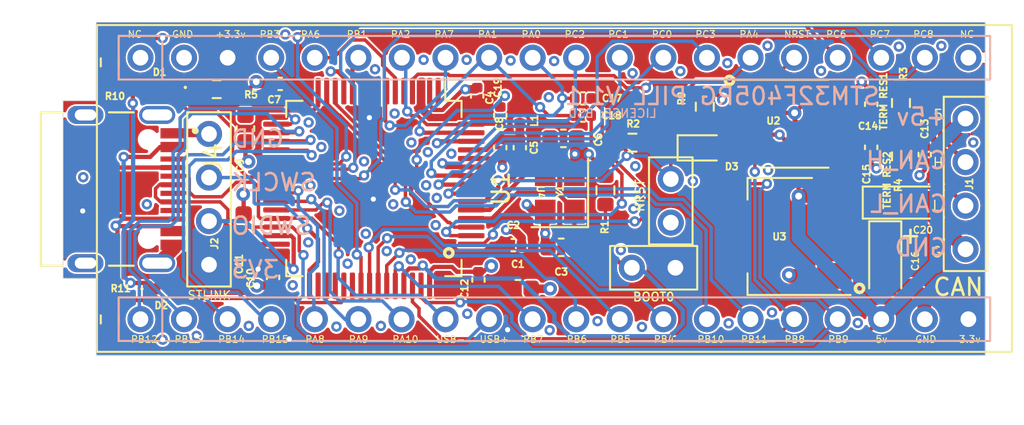
<source format=kicad_pcb>
(kicad_pcb (version 20211014) (generator pcbnew)
  (layers (0 "F.Cu" signal) (1 "In1.Cu" signal) (2 "In2.Cu" signal) (31 "B.Cu" signal) (34 "B.Paste" user) (35 "F.Paste" user) (36 "B.SilkS" user "B.Silkscreen") (37 "F.SilkS" user "F.Silkscreen") (38 "B.Mask" user) (39 "F.Mask" user) (44 "Edge.Cuts" user))
  (net 0 "")
  (net 1 "Net-(C3-Pad1)")
  (net 2 "GND")
  (net 3 "+3.3VA")
  (net 4 "+3V3")
  (net 5 "Net-(C6-Pad1)")
  (net 6 "Net-(C9-Pad1)")
  (net 7 "Net-(C11-Pad1)")
  (net 8 "Net-(C13-Pad1)")
  (net 9 "Net-(C14-Pad1)")
  (net 10 "SWCLK")
  (net 11 "SWDIO")
  (net 12 "Net-(JP1-Pad2)")
  (net 13 "+5V")
  (net 14 "PB12")
  (net 15 "PB13")
  (net 16 "PB14")
  (net 17 "PB15")
  (net 18 "PA8")
  (net 19 "PA9")
  (net 20 "PA10")
  (net 21 "PC13")
  (net 22 "PC14")
  (net 23 "PC15")
  (net 24 "PC0")
  (net 25 "PC1")
  (net 26 "PC2")
  (net 27 "PC3")
  (net 28 "PA0")
  (net 29 "PA1")
  (net 30 "PA2")
  (net 31 "PA3")
  (net 32 "PA4")
  (net 33 "PA5")
  (net 34 "PA6")
  (net 35 "PA7")
  (net 36 "PC4")
  (net 37 "PC5")
  (net 38 "PB0")
  (net 39 "PB1")
  (net 40 "PB10")
  (net 41 "PB11")
  (net 42 "PC6")
  (net 43 "PC7")
  (net 44 "PC8")
  (net 45 "PC9")
  (net 46 "PA15")
  (net 47 "PC10")
  (net 48 "PC11")
  (net 49 "PC12")
  (net 50 "PD2")
  (net 51 "PB3")
  (net 52 "PB4")
  (net 53 "PB5")
  (net 54 "PB6")
  (net 55 "PB7")
  (net 56 "PB8")
  (net 57 "PB9")
  (net 58 "Net-(D1-Pad1)")
  (net 59 "NRST")
  (net 60 "USB_D-")
  (net 61 "USB_D+")
  (net 62 "Net-(C15-Pad1)")
  (net 63 "Net-(D3-Pad1)")
  (net 64 "Net-(J4-PadA5)")
  (net 69 "Net-(J4-PadB5)")
  (footprint "Capacitor_SMD:C_0603_1608Metric" (layer "F.Cu") (at 104.901 86.938 90)
    (fp_text reference "C11")
    (fp_text value "2u2")
  )
  (footprint "Capacitor_SMD:C_0603_1608Metric" (layer "F.Cu") (at 105.007 81.187 -90)
    (fp_text reference "C9")
    (fp_text value "2u2")
  )
  (footprint "Capacitor_SMD:C_0402_1005Metric" (layer "F.Cu") (at 106.617 89.859 -90)
    (fp_text reference "C10")
    (fp_text value "100n")
  )
  (footprint "Capacitor_SMD:C_0402_1005Metric" (layer "F.Cu") (at 107.031 78.583 180)
    (fp_text reference "C7")
    (fp_text value "100n")
  )
  (footprint "Resistor_SMD:R_0603_1608Metric" (layer "F.Cu") (at 97.096 92.312 -90)
    (fp_text reference "R11")
    (fp_text value "5.1k")
  )
  (footprint "Package_TO_SOT_SMD:SOT-223-3_TabPin2" (layer "F.Cu") (at 136.182 87.4756 180)
    (fp_text reference "U3")
    (fp_text value "LM1117-3.3")
  )
  (footprint "Connector:my_4_pin" (layer "F.Cu") (at 146.982 84.412 90)
    (fp_text reference "J1")
    (fp_text value "Conn_01x04_Male")
  )
  (footprint "Crystal:Crystal_SMD_3225-4Pin_3.2x2.5mm" (layer "F.Cu") (at 123.33 84.933 90)
    (fp_text reference "Y1")
    (fp_text value "Crystal_GND24")
  )
  (footprint "Resistor_SMD:R_0603_1608Metric" (layer "F.Cu") (at 97.096 77.326 90)
    (fp_text reference "R10")
    (fp_text value "5.1k")
  )
  (footprint "Connector:my_2_pin" (layer "F.Cu") (at 129.8 85.4 -90)
    (fp_text reference "JP2" hide)
    (fp_text value "Jumper_2_Open")
  )
  (footprint "Capacitor_SMD:C_0402_1005Metric" (layer "F.Cu") (at 119.86 80.41 90)
    (fp_text reference "C19")
    (fp_text value "100n")
  )
  (footprint "Capacitor_SMD:C_0402_1005Metric" (layer "F.Cu") (at 118.514 79.283 90)
    (fp_text reference "C4")
    (fp_text value "100n")
  )
  (footprint "Capacitor_SMD:C_0603_1608Metric" (layer "F.Cu") (at 123.541 81.758)
    (fp_text reference "C6")
    (fp_text value "12p")
  )
  (footprint "Capacitor_SMD:C_0402_1005Metric" (layer "F.Cu") (at 119.858 82.294 -90)
    (fp_text reference "C8")
    (fp_text value "10n")
  )
  (footprint "Resistor_SMD:R_0603_1608Metric" (layer "F.Cu") (at 143.218 79.6952 90)
    (fp_text reference "R3")
    (fp_text value "60 ohm")
  )
  (footprint "Capacitor_SMD:C_0402_1005Metric" (layer "F.Cu") (at 120.62 87.981)
    (fp_text reference "C2")
    (fp_text value "100n")
  )
  (footprint "Capacitor_Tantalum_SMD:CP_EIA-3216-18_Kemet-A" (layer "F.Cu") (at 143.3 85.5)
    (fp_text reference "C20")
    (fp_text value "100n")
  )
  (footprint "Capacitor_SMD:C_0402_1005Metric" (layer "F.Cu") (at 121 82.3 -90)
    (fp_text reference "C5")
    (fp_text value "1u")
  )
  (footprint "Capacitor_SMD:C_0402_1005Metric" (layer "F.Cu") (at 118.588 90.013 90)
    (fp_text reference "C12")
    (fp_text value "100n")
  )
  (footprint "LED_SMD:LED_0402_1005Metric_Pad0.77x0.64mm_HandSolder" (layer "F.Cu") (at 100.237 78.787 180)
    (fp_text reference "D1")
    (fp_text value "BLU")
  )
  (footprint "Package_QFP:LQFP-64_10x10mm_P0.5mm" (layer "F.Cu") (at 112.492 84.679 -90)
    (fp_text reference "U1")
    (fp_text value "STM32F405RGTx")
  )
  (footprint "Resistor_SMD:R_0603_1608Metric" (layer "F.Cu") (at 125.989 84.783 -90)
    (fp_text reference "R1")
    (fp_text value "10k")
  )
  (footprint "Capacitor_SMD:C_0402_1005Metric" (layer "F.Cu") (at 124.68 80.43)
    (fp_text reference "C18")
    (fp_text value "100n")
  )
  (footprint "LED_SMD:LED_0603_1608Metric" (layer "F.Cu") (at 131.682 82.312)
    (fp_text reference "D3")
    (fp_text value "RED_LED")
  )
  (footprint "Capacitor_SMD:C_0402_1005Metric" (layer "F.Cu") (at 141.48 79.768 90)
    (fp_text reference "C14")
    (fp_text value "100p")
  )
  (footprint "Capacitor_SMD:C_0603_1608Metric" (layer "F.Cu") (at 123.414 88.108 180)
    (fp_text reference "C3")
    (fp_text value "12p")
  )
  (footprint "Connector:my_2_pin" (layer "F.Cu") (at 128.8 89.3 180)
    (fp_text reference "JP1" hide)
    (fp_text value "Jumper_2_Open")
  )
  (footprint "Inductor_SMD:L_0402_1005Metric" (layer "F.Cu") (at 121 80.4 -90)
    (fp_text reference "L1")
    (fp_text value "39n")
  )
  (footprint "Capacitor_Tantalum_SMD:CP_EIA-3216-18_Kemet-A" (layer "F.Cu") (at 142.3 88.9 -90)
    (fp_text reference "C16")
    (fp_text value "10u")
  )
  (footprint "Package_SO:SOIC-8_3.9x4.9mm_P1.27mm" (layer "F.Cu") (at 137.042028 80.905657)
    (fp_text reference "U2")
    (fp_text value "TCAN1051HDR")
  )
  (footprint "CCC_ESC_Custom_parts:STM32F405_pill" (layer "F.Cu") (at 122.382 85.312)
    (fp_text reference "U4")
    (fp_text value "STM32F405_pill")
  )
  (footprint "Resistor_SMD:R_0603_1608Metric" (layer "F.Cu") (at 143.218 82.8062 90)
    (fp_text reference "R4")
    (fp_text value "60 ohm")
  )
  (footprint "Connector:my_4_pin" (layer "F.Cu") (at 102.882 85.312 -90)
    (fp_text reference "J2")
    (fp_text value "Conn_01x04_Male")
  )
  (footprint "Resistor_SMD:R_0603_1608Metric" (layer "F.Cu") (at 127.564 82.008 180)
    (fp_text reference "R2")
    (fp_text value "10k")
  )
  (footprint "Capacitor_SMD:C_0402_1005Metric" (layer "F.Cu") (at 124.68 79.43)
    (fp_text reference "C17")
    (fp_text value "100n")
  )
  (footprint "Capacitor_SMD:C_0603_1608Metric" (layer "F.Cu") (at 120.887 90.521)
    (fp_text reference "C1")
    (fp_text value "4u7")
  )
  (footprint "TYPE-C-31-M-12:HRO_TYPE-C-31-M-12" (layer "F.Cu") (at 95.682 84.712 -90)
    (fp_text reference "J4")
    (fp_text value "TYPE-C-31-M-12")
  )
  (footprint "Capacitor_SMD:C_0402_1005Metric" (layer "F.Cu") (at 144.6 82.702 -90)
    (fp_text reference "C13")
    (fp_text value "4.7n")
  )
  (footprint "LED_SMD:LED_0402_1005Metric_Pad0.77x0.64mm_HandSolder" (layer "F.Cu") (at 100.24 90.53)
    (fp_text reference "D2")
    (fp_text value "GRN")
  )
  (footprint "Capacitor_SMD:C_0402_1005Metric" (layer "F.Cu") (at 141.48 82.28 -90)
    (fp_text reference "C15")
    (fp_text value "100p")
  )
  (footprint "Resistor_SMD:R_0603_1608Metric" (layer "F.Cu") (at 103.332 78.887 180)
    (fp_text reference "R5")
    (fp_text value "5k")
  )
  (footprint "Resistor_SMD:R_0603_1608Metric" (layer "F.Cu") (at 131.782 79.912 -90)
    (fp_text reference "R9")
    (fp_text value "20k")
  )
  (gr_circle (center 133.22 78.38) (end 133.460832 78.38) (layer "F.SilkS") (width 0.2) (fill none))
  (gr_circle (center 140.8 90.5) (end 141.040832 90.5) (layer "F.SilkS") (width 0.2) (fill none))
  (gr_circle (center 116.86 88.43) (end 117.100832 88.43) (layer "F.SilkS") (width 0.2) (fill none))
  (gr_line (start 148.131966 94.407903) (end 148.131966 74.988289) (layer "Edge.Cuts") (width 0.04))
  (gr_line (start 96.311902 74.988289) (end 96.311902 79.560946) (layer "Edge.Cuts") (width 0.04))
  (gr_line (start 94.372749 79.560946) (end 94.372749 89.92313) (layer "Edge.Cuts") (width 0.04))
  (gr_line (start 94.372749 89.92313) (end 96.311902 89.92313) (layer "Edge.Cuts") (width 0.04))
  (gr_line (start 96.311902 79.560946) (end 94.372749 79.560946) (layer "Edge.Cuts") (width 0.04))
  (gr_line (start 96.311902 89.92313) (end 96.311902 94.407903) (layer "Edge.Cuts") (width 0.04))
  (gr_line (start 148.131966 74.988289) (end 96.311902 74.988289) (layer "Edge.Cuts") (width 0.04))
  (gr_line (start 96.311902 94.407903) (end 148.131966 94.407903) (layer "Edge.Cuts") (width 0.04))
  (gr_text "STM32F405RG PILL V1.1" (at 132.8 79.3) (layer "B.SilkS") (effects (font (size 1 1)) (justify mirror)))
  (gr_text "SWDIO\n" (at 104.1 86.86) (layer "B.SilkS") (effects (font (size 1 1)) (justify right mirror)))
  (gr_text "3V3" (at 104.1 89.4) (layer "B.SilkS") (effects (font (size 1 1)) (justify right mirror)))
  (gr_text "SWCLK" (at 104.1 84.32) (layer "B.SilkS") (effects (font (size 1 1)) (justify right mirror)))
  (gr_text "GND" (at 146 88.12) (layer "B.SilkS") (effects (font (size 1 1)) (justify left mirror)))
  (gr_text "+5v" (at 146 80.5) (layer "B.SilkS") (effects (font (size 1 1)) (justify left mirror)))
  (gr_text "CAN_L" (at 146 85.58) (layer "B.SilkS") (effects (font (size 1 1)) (justify left mirror)))
  (gr_text "GND" (at 104.1 81.78) (layer "B.SilkS") (effects (font (size 1 1)) (justify right mirror)))
  (gr_text "LICENSE: BSD" (at 126.4 80.3) (layer "B.SilkS") (effects (font (size 0.5 0.5) (thickness 0.08)) (justify mirror)))
  (gr_text "CAN_H" (at 146 83.04) (layer "B.SilkS") (effects (font (size 1 1)) (justify left mirror)))
  (gr_text "PB4" (at 128.778 93.472) (layer "F.SilkS") (effects (font (size 0.4 0.4) (thickness 0.06)) (justify left)))
  (gr_text "USB+\n" (at 118.618 93.472) (layer "F.SilkS") (effects (font (size 0.4 0.4) (thickness 0.06)) (justify left)))
  (gr_text "PA10" (at 113.538 93.472) (layer "F.SilkS") (effects (font (size 0.4 0.4) (thickness 0.06)) (justify left)))
  (gr_text "3.3v" (at 146.558 93.472) (layer "F.SilkS") (effects (font (size 0.4 0.4) (thickness 0.06)) (justify left)))
  (gr_text "PB14" (at 103.378 93.472) (layer "F.SilkS") (effects (font (size 0.4 0.4) (thickness 0.06)) (justify left)))
  (gr_text "PA2" (at 114.046 75.692) (layer "F.SilkS") (effects (font (size 0.4 0.4) (thickness 0.06))))
  (gr_text "NRST" (at 137.16 75.692) (layer "F.SilkS") (effects (font (size 0.4 0.4) (thickness 0.06))))
  (gr_text "+3.3v\n" (at 104.14 75.692) (layer "F.SilkS") (effects (font (size 0.4 0.4) (thickness 0.06))))
  (gr_text "PB12\n" (at 98.298 93.472) (layer "F.SilkS") (effects (font (size 0.4 0.4) (thickness 0.06)) (justify left)))
  (gr_text "5" (at 145.388 80.392) (layer "F.SilkS") (effects (font (size 0.6 0.6) (thickness 0.08))))
  (gr_text "CAN" (at 146.558 90.424) (layer "F.SilkS") (effects (font (size 1 1))))
  (gr_text "NRST" (at 128 85.1 90) (layer "F.SilkS") (effects (font (size 0.5 0.5) (thickness 0.09))))
  (gr_text "BOOT0\n" (at 128.8 91) (layer "F.SilkS") (effects (font (size 0.5 0.5) (thickness 0.09))))
  (gr_text "PB7\n" (at 121.158 93.472) (layer "F.SilkS") (effects (font (size 0.4 0.4) (thickness 0.06)) (justify left)))
  (gr_text "GND\n" (at 101.346 75.692) (layer "F.SilkS") (effects (font (size 0.4 0.4) (thickness 0.06))))
  (gr_text "H\n" (at 145.388 83.192) (layer "F.SilkS") (effects (font (size 0.6 0.6) (thickness 0.08))))
  (gr_text "PC0" (at 129.286 75.692) (layer "F.SilkS") (effects (font (size 0.4 0.4) (thickness 0.06))))
  (gr_text "TERM RES2" (at 142.4 84.2 90) (layer "F.SilkS") (effects (font (size 0.4 0.4) (thickness 0.1))))
  (gr_text "5v" (at 141.7 93.472) (layer "F.SilkS") (effects (font (size 0.4 0.4) (thickness 0.06)) (justify left)))
  (gr_text "PB8" (at 136.398 93.472) (layer "F.SilkS") (effects (font (size 0.4 0.4) (thickness 0.06)) (justify left)))
  (gr_text "PB9" (at 138.938 93.472) (layer "F.SilkS") (effects (font (size 0.4 0.4) (thickness 0.06)) (justify left)))
  (gr_text "PB6" (at 123.698 93.472) (layer "F.SilkS") (effects (font (size 0.4 0.4) (thickness 0.06)) (justify left)))
  (gr_text "PB13\n" (at 100.838 93.472) (layer "F.SilkS") (effects (font (size 0.4 0.4) (thickness 0.06)) (justify left)))
  (gr_text "PC7" (at 141.986 75.692) (layer "F.SilkS") (effects (font (size 0.4 0.4) (thickness 0.06))))
  (gr_text "PA0" (at 121.666 75.692) (layer "F.SilkS") (effects (font (size 0.4 0.4) (thickness 0.06))))
  (gr_text "G" (at 145.288 88.392) (layer "F.SilkS") (effects (font (size 0.6 0.6) (thickness 0.08))))
  (gr_text "PB10" (at 131.318 93.472) (layer "F.SilkS") (effects (font (size 0.4 0.4) (thickness 0.06)) (justify left)))
  (gr_text "PB11" (at 133.858 93.472) (layer "F.SilkS") (effects (font (size 0.4 0.4) (thickness 0.06)) (justify left)))
  (gr_text "+" (at 143.77 87.39) (layer "F.SilkS") (effects (font (size 1 1))))
  (gr_text "PB1" (at 111.506 75.692) (layer "F.SilkS") (effects (font (size 0.4 0.4) (thickness 0.06))))
  (gr_text "PA6" (at 108.8 75.7) (layer "F.SilkS") (effects (font (size 0.4 0.4) (thickness 0.06))))
  (gr_text "PC2" (at 124.206 75.692) (layer "F.SilkS") (effects (font (size 0.4 0.4) (thickness 0.06))))
  (gr_text "PA4\n" (at 134.366 75.692) (layer "F.SilkS") (effects (font (size 0.4 0.4) (thickness 0.06))))
  (gr_text "PA7" (at 116.586 75.692) (layer "F.SilkS") (effects (font (size 0.4 0.4) (thickness 0.06))))
  (gr_text "GND" (at 144.018 93.472) (layer "F.SilkS") (effects (font (size 0.4 0.4) (thickness 0.06)) (justify left)))
  (gr_text "PA9" (at 110.998 93.472) (layer "F.SilkS") (effects (font (size 0.4 0.4) (thickness 0.06)) (justify left)))
  (gr_text "PB3" (at 106.426 75.692) (layer "F.SilkS") (effects (font (size 0.4 0.4) (thickness 0.06))))
  (gr_text "L" (at 145.288 85.692) (layer "F.SilkS") (effects (font (size 0.6 0.6) (thickness 0.08))))
  (gr_text "PB5" (at 126.238 93.472) (layer "F.SilkS") (effects (font (size 0.4 0.4) (thickness 0.06)) (justify left)))
  (gr_text "PA1" (at 119.126 75.692) (layer "F.SilkS") (effects (font (size 0.4 0.4) (thickness 0.06))))
  (gr_text "STLINK\n" (at 102.9 90.9) (layer "F.SilkS") (effects (font (size 0.5 0.5) (thickness 0.07))))
  (gr_text "NC" (at 147.066 75.692) (layer "F.SilkS") (effects (font (size 0.4 0.4) (thickness 0.06))))
  (gr_text "PC6" (at 139.446 75.692) (layer "F.SilkS") (effects (font (size 0.4 0.4) (thickness 0.06))))
  (gr_text "PC8\n" (at 144.526 75.692) (layer "F.SilkS") (effects (font (size 0.4 0.4) (thickness 0.06))))
  (gr_text "TERM RES1" (at 142.2 79.6 90) (layer "F.SilkS") (effects (font (size 0.4 0.4) (thickness 0.1))))
  (gr_text "PC1" (at 126.746 75.692) (layer "F.SilkS") (effects (font (size 0.4 0.4) (thickness 0.06))))
  (gr_text "USB-\n" (at 116.078 93.472) (layer "F.SilkS") (effects (font (size 0.4 0.4) (thickness 0.06)) (justify left)))
  (gr_text "PB15" (at 105.918 93.472) (layer "F.SilkS") (effects (font (size 0.4 0.4) (thickness 0.06)) (justify left)))
  (gr_text "NC" (at 98.552 75.692) (layer "F.SilkS") (effects (font (size 0.4 0.4) (thickness 0.06))))
  (gr_text "PA8" (at 108.458 93.472) (layer "F.SilkS") (effects (font (size 0.4 0.4) (thickness 0.06)) (justify left)))
  (gr_text "PC3" (at 131.826 75.692) (layer "F.SilkS") (effects (font (size 0.4 0.4) (thickness 0.06))))
  (segment (start 124.18 85.933) (end 123.18 84.933) (width 0.25) (layer "F.Cu") (net 1))
  (segment (start 120.875396 84.933) (end 119.379396 86.429) (width 0.25) (layer "F.Cu") (net 1))
  (segment (start 119.379396 86.429) (end 118.167 86.429) (width 0.25) (layer "F.Cu") (net 1))
  (segment (start 124.18 88.099) (end 124.189 88.108) (width 0.25) (layer "F.Cu") (net 1))
  (segment (start 123.18 84.933) (end 120.875396 84.933) (width 0.25) (layer "F.Cu") (net 1))
  (segment (start 124.18 86.033) (end 124.18 88.099) (width 0.25) (layer "F.Cu") (net 1))
  (segment (start 124.18 86.033) (end 124.18 85.933) (width 0.25) (layer "F.Cu") (net 1))
  (segment (start 132.387 79.087) (end 132.8 79.5) (width 0.25) (layer "F.Cu") (net 2))
  (segment (start 139.517028 79.000657) (end 140.383343 79.000657) (width 0.25) (layer "F.Cu") (net 2))
  (segment (start 110.742 79.004) (end 110.742 78.211) (width 0.25) (layer "F.Cu") (net 2))
  (segment (start 120.994 82.774) (end 121 82.78) (width 0.25) (layer "F.Cu") (net 2))
  (segment (start 104.901 85.038) (end 104.876 85.013) (width 0.25) (layer "F.Cu") (net 2))
  (segment (start 119.858 82.774) (end 120.994 82.774) (width 0.25) (layer "F.Cu") (net 2))
  (segment (start 105.007 81.962) (end 105.007 82.937) (width 0.25) (layer "F.Cu") (net 2))
  (segment (start 141.48 79) (end 140.932 78.452) (width 0.25) (layer "F.Cu") (net 2))
  (segment (start 122.48 86.033) (end 122.48 87.949) (width 0.5) (layer "F.Cu") (net 2))
  (segment (start 100.182 75.912) (end 97.685 75.912) (width 0.25) (layer "F.Cu") (net 2))
  (segment (start 122.48 86.033) (end 121.833 86.033) (width 0.5) (layer "F.Cu") (net 2))
  (segment (start 105.007 82.937) (end 105.182 83.112) (width 0.25) (layer "F.Cu") (net 2))
  (segment (start 137.016628 80.687008) (end 137.016628 80.270657) (width 0.25) (layer "F.Cu") (net 2))
  (segment (start 125.02 82.73) (end 124.87 82.73) (width 0.5) (layer "F.Cu") (net 2))
  (segment (start 124.18 82.021) (end 124.443 81.758) (width 0.5) (layer "F.Cu") (net 2))
  (segment (start 104.157 78.887) (end 105.203 78.887) (width 0.25) (layer "F.Cu") (net 2))
  (segment (start 119.98 82.896) (end 119.858 82.774) (width 0.5) (layer "F.Cu") (net 2))
  (segment (start 120.6415 87.0915) (end 120.2 87.0915) (width 0.5) (layer "F.Cu") (net 2))
  (segment (start 144.65 85.89) (end 144.65 85.5) (width 0.8) (layer "F.Cu") (net 2))
  (segment (start 144.6 83.6) (end 144.3 83.9) (width 0.25) (layer "F.Cu") (net 2))
  (segment (start 110.742 78.211) (end 110.38656 77.85556) (width 0.25) (layer "F.Cu") (net 2))
  (segment (start 124.98 82.67) (end 125.989 83.679) (width 0.25) (layer "F.Cu") (net 2))
  (segment (start 144.579 91.221) (end 144.579 91.079) (width 0.8) (layer "F.Cu") (net 2))
  (segment (start 106.551 78.583) (end 105.761 78.583) (width 0.5) (layer "F.Cu") (net 2))
  (segment (start 139.517028 79.000657) (end 138.286628 79.000657) (width 0.25) (layer "F.Cu") (net 2))
  (segment (start 100.807 81.442) (end 102.82 81.442) (width 0.5) (layer "F.Cu") (net 2))
  (segment (start 124.18 83.833) (end 124.18 82.021) (width 0.5) (layer "F.Cu") (net 2))
  (segment (start 104.901 86.163) (end 104.901 85.038) (width 0.25) (layer "F.Cu") (net 2))
  (segment (start 141.48 79.288) (end 141.48 79) (width 0.25) (layer "F.Cu") (net 2))
  (segment (start 138.873 89.7756) (end 136.782 89.7756) (width 0.8) (layer "F.Cu") (net 2))
  (segment (start 137.016628 80.270657) (end 134.567028 80.270657) (width 0.25) (layer "F.Cu") (net 2))
  (segment (start 105.203 78.887) (end 105.634 78.456) (width 0.25) (layer "F.Cu") (net 2))
  (segment (start 141.48 82.76) (end 141.48 83.21) (width 0.25) (layer "F.Cu") (net 2))
  (segment (start 121.1 87.55) (end 120.6415 87.0915) (width 0.5) (layer "F.Cu") (net 2))
  (segment (start 124.87 82.73) (end 124.18 83.42) (width 0.5) (layer "F.Cu") (net 2))
  (segment (start 97.4483 93.4893) (end 100.182 93.4893) (width 0.25) (layer "F.Cu") (net 2))
  (segment (start 105.761 78.583) (end 105.634 78.456) (width 0.5) (layer "F.Cu") (net 2))
  (segment (start 144.6 83.182) (end 144.6 83.6) (width 0.25) (layer "F.Cu") (net 2))
  (segment (start 106.617 90.339) (end 105.682 90.339) (width 0.5) (layer "F.Cu") (net 2))
  (segment (start 116.001315 80.104) (end 116.489253 80.104) (width 0.25) (layer "F.Cu") (net 2))
  (segment (start 119.98 83.45) (end 119.98 82.896) (width 0.5) (layer "F.Cu") (net 2))
  (segment (start 124.21 82.67) (end 124.98 82.67) (width 0.25) (layer "F.Cu") (net 2))
  (segment (start 144.579 91.079) (end 143.8375 90.3375) (width 0.8) (layer "F.Cu") (net 2))
  (segment (start 100.877 88.117) (end 99.962 89.032) (width 0.8) (layer "F.Cu") (net 2))
  (segment (start 124.316 81.758) (end 124.316 82.026) (width 0.5) (layer "F.Cu") (net 2))
  (segment (start 124.18 83.42) (end 124.18 83.833) (width 0.5) (layer "F.Cu") (net 2))
  (segment (start 121.662 90.521) (end 122.766 90.521) (width 0.5) (layer "F.Cu") (net 2))
  (segment (start 110.38656 77.85556) (end 109.972088 77.85556) (width 0.25) (layer "F.Cu") (net 2))
  (segment (start 115.742 79.004) (end 115.742 79.844685) (width 0.25) (layer "F.Cu") (net 2))
  (segment (start 116.489253 80.104) (end 117.790253 78.803) (width 0.25) (layer "F.Cu") (net 2))
  (segment (start 97.096 93.137) (end 97.4483 93.4893) (width 0.25) (layer "F.Cu") (net 2))
  (segment (start 121.1 88.087) (end 121.1 87.55) (width 0.5) (layer "F.Cu") (net 2))
  (segment (start 122.48 87.949) (end 122.639 88.108) (width 0.5) (layer "F.Cu") (net 2))
  (segment (start 138.286628 79.000657) (end 137.016628 80.270657) (width 0.25) (layer "F.Cu") (net 2))
  (segment (start 121.833 86.033) (end 121.4 85.6) (width 0.5) (layer "F.Cu") (net 2))
  (segment (start 141.48 83.21) (end 141.782 83.512) (width 0.25) (layer "F.Cu") (net 2))
  (segment (start 131.782 79.087) (end 132.387 79.087) (width 0.25) (layer "F.Cu") (net 2))
  (segment (start 117.831068 78.9) (end 118.417 78.9) (width 0.5) (layer "F.Cu") (net 2))
  (segment (start 139.140277 82.810657) (end 137.016628 80.687008) (width 0.25) (layer "F.Cu") (net 2))
  (segment (start 124.316 82.026) (end 125.02 82.73) (width 0.5) (layer "F.Cu") (net 2))
  (segment (start 139.517028 82.810657) (end 139.140277 82.810657) (width 0.25) (layer "F.Cu") (net 2))
  (segment (start 146.982 88.222) (end 144.65 85.89) (width 0.8) (layer "F.Cu") (net 2))
  (segment (start 125.989 83.679) (end 125.989 83.958) (width 0.25) (layer "F.Cu") (net 2))
  (segment (start 117.790253 78.803) (end 118.514 78.803) (width 0.25) (layer "F.Cu") (net 2))
  (segment (start 105.682 90.339) (end 105.667 90.354) (width 0.5) (layer "F.Cu") (net 2))
  (segment (start 118.417 78.9) (end 118.514 78.803) (width 0.5) (layer "F.Cu") (net 2))
  (segment (start 140.383343 79.000657) (end 140.932 78.452) (width 0.25) (layer "F.Cu") (net 2))
  (segment (start 115.742 79.844685) (end 116.001315 80.104) (width 0.25) (layer "F.Cu") (net 2))
  (segment (start 144.579 92.333) (end 144.579 91.221) (width 0.8) (layer "F.Cu") (net 2))
  (segment (start 119.703 82.929) (end 118.167 82.929) (width 0.25) (layer "F.Cu") (net 2))
  (segment (start 122.48 87.3) (end 122.48 87.949) (width 0.5) (layer "F.Cu") (net 2))
  (segment (start 136.782 89.7756) (end 136.7184 89.712) (width 0.8) (layer "F.Cu") (net 2))
  (segment (start 119.858 82.774) (end 119.703 82.929) (width 0.25) (layer "F.Cu") (net 2))
  (segment (start 143.8375 90.3375) (end 142.4 90.3375) (width 0.8) (layer "F.Cu") (net 2))
  (segment (start 97.685 75.912) (end 97.096 76.501) (width 0.25) (layer "F.Cu") (net 2))
  (via (at 145.57 76.37) (size 0.6) (drill 0.3) (layers "F.Cu" "B.Cu") (net 2))
  (via (at 122.69 79.36) (size 0.6) (drill 0.3) (layers "F.Cu" "B.Cu") (net 2))
  (via (at 99.26 85.6) (size 0.6) (drill 0.3) (layers "F.Cu" "B.Cu") (net 2))
  (via (at 113.62 85.6) (size 0.6) (drill 0.3) (layers "F.Cu" "B.Cu") (net 2))
  (via (at 113.7 80.31) (size 0.6) (drill 0.3) (layers "F.Cu" "B.Cu") (net 2))
  (via (at 140.932 78.452) (size 0.6) (drill 0.3) (layers "F.Cu" "B.Cu") (net 2))
  (via (at 138.56 77.82) (size 0.6) (drill 0.3) (layers "F.Cu" "B.Cu") (net 2))
  (via (at 115.39 77.18) (size 0.6) (drill 0.3) (layers "F.Cu" "B.Cu") (net 2))
  (via (at 144.3 83.9) (size 0.6) (drill 0.3) (layers "F.Cu" "B.Cu") (net 2))
  (via (at 116.094994 86.815006) (size 0.6) (drill 0.3) (layers "F.Cu" "B.Cu") (net 2))
  (via (at 133.17 92.54) (size 0.6) (drill 0.3) (layers "F.Cu" "B.Cu") (net 2))
  (via (at 137.016628 80.270657) (size 0.8) (drill 0.4) (layers "F.Cu" "B.Cu") (net 2))
  (via (at 122.74 92.9405) (size 0.6) (drill 0.3) (layers "F.Cu" "B.Cu") (net 2))
  (via (at 107.33 75.7) (size 0.6) (drill 0.3) (layers "F.Cu" "B.Cu") (net 2))
  (via (at 128.12 92.75) (size 0.6) (drill 0.3) (layers "F.Cu" "B.Cu") (net 2))
  (via (at 119.98 83.45) (size 0.6) (drill 0.3) (layers "F.Cu" "B.Cu") (net 2))
  (via (at 141.782 83.512) (size 0.6) (drill 0.3) (layers "F.Cu" "B.Cu") (net 2))
  (via (at 121.4 85.6) (size 0.6) (drill 0.3) (layers "F.Cu" "B.Cu") (net 2))
  (via (at 117.01 82.65) (size 0.6) (drill 0.3) (layers "F.Cu" "B.Cu") (net 2))
  (via (at 135.7 91.91) (size 0.6) (drill 0.3) (layers "F.Cu" "B.Cu") (net 2))
  (via (at 109.43 82.26) (size 0.6) (drill 0.3) (layers "F.Cu" "B.Cu") (net 2))
  (via (at 107.76 90.32) (size 0.6) (drill 0.3) (layers "F.Cu" "B.Cu") (net 2))
  (via (at 122.48 87.3) (size 0.6) (drill 0.3) (layers "F.Cu" "B.Cu") (net 2))
  (via (at 136.682 89.712) (size 0.8) (drill 0.4) (layers "F.Cu" "B.Cu") (net 2))
  (via (at 108.69 80.83) (size 0.6) (drill 0.3) (layers "F.Cu" "B.Cu") (net 2))
  (via (at 127.57 77.96) (size 0.6) (drill 0.3) (layers "F.Cu" "B.Cu") (net 2))
  (via (at 110.96 89.06) (size 0.6) (drill 0.3) (layers "F.Cu" "B.Cu") (net 2))
  (via (at 133.1 77.37) (size 0.6) (drill 0.3) (layers "F.Cu" "B.Cu") (net 2))
  (via (at 114.68 82) (size 0.6) (drill 0.3) (layers "F.Cu" "B.Cu") (net 2))
  (via (at 112.9 92.69) (size 0.6) (drill 0.3) (layers "F.Cu" "B.Cu") (net 2))
  (via (at 105.182 83.112) (size 0.8) (drill 0.4) (layers "F.Cu" "B.Cu") (net 2))
  (via (at 110.31 92.73) (size 0.6) (drill 0.3) (layers "F.Cu" "B.Cu") (net 2))
  (via (at 143.09 76.41) (size 0.6) (drill 0.3) (layers "F.Cu" "B.Cu") (net 2))
  (via (at 135.47 83.61) (size 0.6) (drill 0.3) (layers "F.Cu" "B.Cu") (net 2))
  (via (at 117.9 77.18) (size 0.6) (drill 0.3) (layers "F.Cu" "B.Cu") (net 2))
  (via (at 102.15 93.27) (size 0.6) (drill 0.3) (layers "F.Cu" "B.Cu") (net 2))
  (via (at 127.62 85.86) (size 0.6) (drill 0.3) (layers "F.Cu" "B.Cu") (net 2))
  (via (at 147.43 82) (size 0.6) (drill 0.3) (layers "F.Cu" "B.Cu") (net 2))
  (via (at 115.64 82.56) (size 0.6) (drill 0.3) (layers "F.Cu" "B.Cu") (net 2))
  (via (at 117.831068 78.9) (size 0.6) (drill 0.3) (layers "F.Cu" "B.Cu") (net 2))
  (via (at 125.02 82.68) (size 0.6) (drill 0.3) (layers "F.Cu" "B.Cu") (net 2))
  (via (at 110.4833 85.9767) (size 0.6) (drill 0.3) (layers "F.Cu" "B.Cu") (net 2))
  (via (at 126.89 88.27) (size 0.6) (drill 0.3) (layers "F.Cu" "B.Cu") (net 2))
  (via (at 112.02 87.32) (size 0.6) (drill 0.3) (layers "F.Cu" "B.Cu") (net 2))
  (via (at 117.94 91.98) (size 0.6) (drill 0.3) (layers "F.Cu" "B.Cu") (net 2))
  (via (at 105.667 90.354) (size 0.8) (drill 0.4) (layers "F.Cu" "B.Cu") (net 2))
  (via (at 123 77.25) (size 0.6) (drill 0.3) (layers "F.Cu" "B.Cu") (net 2))
  (via (at 115.54 84.49) (size 0.6) (drill 0.3) (layers "F.Cu" "B.Cu") (net 2))
  (via (at 125.53 92.41) (size 0.6) (drill 0.3) (layers "F.Cu" "B.Cu") (net 2))
  (via (at 124.21 82.67) (size 0.6) (drill 0.3) (layers "F.Cu" "B.Cu") (net 2))
  (via (at 100.182 93.4893) (size 0.6) (drill 0.3) (layers "F.Cu" "B.Cu") (net 2))
  (via (at 105.2 92.69) (size 0.6) (drill 0.3) (layers "F.Cu" "B.Cu") (net 2))
  (via (at 112.56 77.73) (size 0.6) (drill 0.3) (layers "F.Cu" "B.Cu") (net 2))
  (via (at 120.46 77.22) (size 0.6) (drill 0.3) (layers "F.Cu" "B.Cu") (net 2))
  (via (at 140.7 92.52) (size 0.6) (drill 0.3) (layers "F.Cu" "B.Cu") (net 2))
  (via (at 113.2415 88.33) (size 0.6) (drill 0.3) (layers "F.Cu" "B.Cu") (net 2))
  (via (at 131.09 84.25) (size 0.6) (drill 0.3) (layers "F.Cu" "B.Cu") (net 2))
  (via (at 120.2 87.0915) (size 0.6) (drill 0.3) (layers "F.Cu" "B.Cu") (net 2))
  (via (at 109.972088 77.85556) (size 0.6) (drill 0.3) (layers "F.Cu" "B.Cu") (net 2))
  (via (at 95.55 84.02) (size 0.6) (drill 0.3) (layers "F.Cu" "B.Cu") (net 2))
  (via (at 111.918838 83.102665) (size 0.6) (drill 0.3) (layers "F.Cu" "B.Cu") (net 2))
  (via (at 122.766 90.521) (size 0.8) (drill 0.4) (layers "F.Cu" "B.Cu") (net 2))
  (via (at 105.634 78.456) (size 0.8) (drill 0.4) (layers "F.Cu" "B.Cu") (net 2))
  (via (at 100.182 75.912) (size 0.6) (drill 0.3) (layers "F.Cu" "B.Cu") (net 2))
  (via (at 114.64 88.8155) (size 0.6) (drill 0.3) (layers "F.Cu" "B.Cu") (net 2))
  (via (at 116.16 85.2305) (size 0.6) (drill 0.3) (layers "F.Cu" "B.Cu") (net 2))
  (via (at 108.67 87.82) (size 0.6) (drill 0.3) (layers "F.Cu" "B.Cu") (net 2))
  (via (at 135.44 76.36) (size 0.6) (drill 0.3) (layers "F.Cu" "B.Cu") (net 2))
  (via (at 130.36 77.84) (size 0.6) (drill 0.3) (layers "F.Cu" "B.Cu") (net 2))
  (via (at 104.876 85.013) (size 0.8) (drill 0.4) (layers "F.Cu" "B.Cu") (net 2))
  (via (at 127.73 83.38) (size 0.6) (drill 0.3) (layers "F.Cu" "B.Cu") (net 2))
  (via (at 108.8 84.5) (size 0.6) (drill 0.3) (layers "F.Cu" "B.Cu") (net 2))
  (via (at 132.8 79.5) (size 0.6) (drill 0.3) (layers "F.Cu" "B.Cu") (net 2))
  (segment (start 121 81.808) (end 121 80.8) (width 0.5) (layer "F.Cu") (net 3))
  (segment (start 119.858 81.814) (end 119.662 81.814) (width 0.25) (layer "F.Cu") (net 3))
  (segment (start 119.662 81.814) (end 119.047 82.429) (width 0.25) (layer "F.Cu") (net 3))
  (segment (start 119.047 82.429) (end 118.167 82.429) (width 0.25) (layer "F.Cu") (net 3))
  (segment (start 120.973 81.814) (end 121.001 81.786) (width 0.5) (layer "F.Cu") (net 3))
  (segment (start 119.858 81.814) (end 120.973 81.814) (width 0.5) (layer "F.Cu") (net 3))
  (segment (start 120.112 90.521) (end 120.112 89.398749) (width 0.5) (layer "F.Cu") (net 4))
  (segment (start 132.4695 86.9131) (end 132.4695 82.312) (width 0.25) (layer "F.Cu") (net 4))
  (segment (start 129.09 78.48) (end 128.07 77.46) (width 0.25) (layer "F.Cu") (net 4))
  (segment (start 130.07 89.3) (end 128.36 91.01) (width 0.25) (layer "F.Cu") (net 4))
  (segment (start 119.692 88.429) (end 120.14 87.981) (width 0.25) (layer "F.Cu") (net 4))
  (segment (start 125.22 91.01) (end 123.608749 89.398749) (width 0.25) (layer "F.Cu") (net 4))
  (segment (start 115.242 79.004) (end 115.242 79.981081) (width 0.25) (layer "F.Cu") (net 4))
  (segment (start 121.49 78.68) (end 121 79.17) (width 0.25) (layer "F.Cu") (net 4))
  (segment (start 131.239889 85.683489) (end 129.943489 85.683489) (width 0.25) (layer "F.Cu") (net 4))
  (segment (start 133.032 87.4756) (end 132.4695 86.9131) (width 0.25) (layer "F.Cu") (net 4))
  (segment (start 118.588 90.493) (end 120.084 90.493) (width 0.5) (layer "F.Cu") (net 4))
  (segment (start 107.511 77.189) (end 107.511 76.665862) (width 0.25) (layer "F.Cu") (net 4))
  (segment (start 115.814919 80.554) (end 117.723 80.554) (width 0.25) (layer "F.Cu") (net 4))
  (segment (start 120.084 90.493) (end 120.112 90.521) (width 0.5) (layer "F.Cu") (net 4))
  (segment (start 147.094 90.724) (end 144.1105 87.7405) (width 0.8) (layer "F.Cu") (net 4))
  (segment (start 128.389 80.451) (end 129.09 79.75) (width 0.25) (layer "F.Cu") (net 4))
  (segment (start 133.032 87.4756) (end 131.239889 85.683489) (width 0.25) (layer "F.Cu") (net 4))
  (segment (start 106.817 89.179) (end 106.617 89.379) (width 0.25) (layer "F.Cu") (net 4))
  (segment (start 120.14 87.981) (end 120.14 89.46) (width 0.25) (layer "F.Cu") (net 4))
  (segment (start 116.381 90.493) (end 116.242 90.354) (width 0.25) (layer "F.Cu") (net 4))
  (segment (start 107.511 77.139) (end 107.511 77.189) (width 0.25) (layer "F.Cu") (net 4))
  (segment (start 139.5739 87.4756) (end 139.332 87.4756) (width 0.8) (layer "F.Cu") (net 4))
  (segment (start 115.242 79.981081) (end 115.814919 80.554) (width 0.25) (layer "F.Cu") (net 4))
  (segment (start 147.094 92.318) (end 147.094 90.724) (width 0.8) (layer "F.Cu") (net 4))
  (segment (start 133.032 87.4756) (end 131.2076 89.3) (width 0.25) (layer "F.Cu") (net 4))
  (segment (start 120.52 78.69) (end 119.587 78.69) (width 0.25) (layer "F.Cu") (net 4))
  (segment (start 121.115 79.8) (end 121 79.915) (width 0.25) (layer "F.Cu") (net 4))
  (segment (start 120.14 89.46) (end 120.16 89.48) (width 0.25) (layer "F.Cu") (net 4))
  (segment (start 120.318511 92.757404) (end 120.318511 90.727511) (width 0.5) (layer "F.Cu") (net 4))
  (segment (start 129.943489 85.683489) (end 128.389 84.129) (width 0.25) (layer "F.Cu") (net 4))
  (segment (start 126.25 78.68) (end 121.49 78.68) (width 0.25) (layer "F.Cu") (net 4))
  (segment (start 106.885138 76.04) (end 104.984 76.04) (width 0.25) (layer "F.Cu") (net 4))
  (segment (start 120.2868 92.789115) (end 120.318511 92.757404) (width 0.5) (layer "F.Cu") (net 4))
  (segment (start 121 79.17) (end 120.52 78.69) (width 0.25) (layer "F.Cu") (net 4))
  (segment (start 107.511 76.665862) (end 106.885138 76.04) (width 0.25) (layer "F.Cu") (net 4))
  (segment (start 128.389 82.008) (end 128.389 80.819) (width 0.25) (layer "F.Cu") (net 4))
  (segment (start 144.1105 87.7105) (end 143.6625 87.2625) (width 0.8) (layer "F.Cu") (net 4))
  (segment (start 120.318511 90.727511) (end 120.112 90.521) (width 0.5) (layer "F.Cu") (net 4))
  (segment (start 128.389 80.819) (end 128.389 80.451) (width 0.25) (layer "F.Cu") (net 4))
  (segment (start 108.742 79.004) (end 107.932 79.004) (width 0.25) (layer "F.Cu") (net 4))
  (segment (start 123.608749 89.398749) (end 120.112 89.398749) (width 0.25) (layer "F.Cu") (net 4))
  (segment (start 108.952519 75.697481) (end 107.511 77.139) (width 0.25) (layer "F.Cu") (net 4))
  (segment (start 118.588 90.493) (end 116.381 90.493) (width 0.25) (layer "F.Cu") (net 4))
  (segment (start 105.741 89.379) (end 106.617 89.379) (width 0.5) (layer "F.Cu") (net 4))
  (segment (start 102.882 89.122) (end 103.139 89.379) (width 0.5) (layer "F.Cu") (net 4))
  (segment (start 107.932 79.004) (end 107.511 78.583) (width 0.25) (layer "F.Cu") (net 4))
  (segment (start 112.707481 75.697481) (end 108.952519 75.697481) (width 0.25) (layer "F.Cu") (net 4))
  (segment (start 106.817 88.429) (end 106.817 89.179) (width 0.25) (layer "F.Cu") (net 4))
  (segment (start 103.139 89.379) (end 105.741 89.379) (width 0.5) (layer "F.Cu") (net 4))
  (segment (start 128.07 77.46) (end 128.07 76.85) (width 0.25) (layer "F.Cu") (net 4))
  (segment (start 117.723 80.554) (end 118.514 79.763) (width 0.25) (layer "F.Cu") (net 4))
  (segment (start 107.511 77.189) (end 107.511 78.583) (width 0.25) (layer "F.Cu") (net 4))
  (segment (start 128.389 80.819) (end 126.25 78.68) (width 0.25) (layer "F.Cu") (net 4))
  (segment (start 128.07 76.85) (end 127.2 75.98) (width 0.25) (layer "F.Cu") (net 4))
  (segment (start 119.587 78.69) (end 118.514 79.763) (width 0.25) (layer "F.Cu") (net 4))
  (segment (start 131.2076 89.3) (end 130.07 89.3) (width 0.25) (layer "F.Cu") (net 4))
  (segment (start 112.99 75.98) (end 112.707481 75.697481) (width 0.25) (layer "F.Cu") (net 4))
  (segment (start 142.4 87.2625) (end 139.5451 87.2625) (width 0.8) (layer "F.Cu") (net 4))
  (segment (start 116.242 90.354) (end 116.242 90.461) (width 0.25) (layer "F.Cu") (net 4))
  (segment (start 118.167 88.429) (end 119.692 88.429) (width 0.25) (layer "F.Cu") (net 4))
  (segment (start 121 79.915) (end 121 79.17) (width 0.25) (layer "F.Cu") (net 4))
  (segment (start 104.984 76.04) (end 103.967 77.057) (width 0.25) (layer "F.Cu") (net 4))
  (segment (start 127.2 75.98) (end 112.99 75.98) (width 0.25) (layer "F.Cu") (net 4))
  (segment (start 143.6625 87.2625) (end 142.4 87.2625) (width 0.8) (layer "F.Cu") (net 4))
  (segment (start 139.5451 87.2625) (end 139.332 87.4756) (width 0.8) (layer "F.Cu") (net 4))
  (segment (start 128.36 91.01) (end 125.22 91.01) (width 0.25) (layer "F.Cu") (net 4))
  (segment (start 120.2868 92.9132) (end 120.2868 92.789115) (width 0.5) (layer "F.Cu") (net 4))
  (segment (start 129.09 79.75) (end 129.09 78.48) (width 0.25) (layer "F.Cu") (net 4))
  (segment (start 144.1105 87.7405) (end 144.1105 87.7105) (width 0.8) (layer "F.Cu") (net 4))
  (segment (start 133.382 87.212) (end 139.682 87.212) (width 0.8) (layer "F.Cu") (net 4))
  (segment (start 128.389 84.129) (end 128.389 82.008) (width 0.25) (layer "F.Cu") (net 4))
  (via (at 112.23 80.55) (size 0.6) (drill 0.3) (layers "F.Cu" "B.Cu") (net 4))
  (via (at 105.741 89.379) (size 0.6) (drill 0.3) (layers "F.Cu" "B.Cu") (net 4))
  (via (at 120.2868 92.9132) (size 0.6) (drill 0.3) (layers "F.Cu" "B.Cu") (net 4))
  (via (at 107.56 93.45) (size 0.6) (drill 0.3) (layers "F.Cu" "B.Cu") (net 4))
  (via (at 95.52 85.99) (size 0.6) (drill 0.3) (layers "F.Cu" "B.Cu") (net 4))
  (via (at 112.46 85.3) (size 0.6) (drill 0.3) (layers "F.Cu" "B.Cu") (net 4))
  (segment (start 120.2868 92.9132) (end 119.24 93.96) (width 0.2) (layer "B.Cu") (net 4))
  (segment (start 107.63 91.26) (end 105.749 89.379) (width 0.2) (layer "B.Cu") (net 4))
  (segment (start 105.749 89.379) (end 105.741 89.379) (width 0.2) (layer "B.Cu") (net 4))
  (segment (start 107.63 92.98) (end 107.63 91.26) (width 0.2) (layer "B.Cu") (net 4))
  (segment (start 108.61 93.96) (end 107.63 92.98) (width 0.2) (layer "B.Cu") (net 4))
  (segment (start 119.24 93.96) (end 108.61 93.96) (width 0.2) (layer "B.Cu") (net 4))
  (segment (start 121.339 83.833) (end 122.48 83.833) (width 0.25) (layer "F.Cu") (net 5))
  (segment (start 122.48 82.171) (end 122.893 81.758) (width 0.25) (layer "F.Cu") (net 5))
  (segment (start 122.48 83.833) (end 122.48 82.171) (width 0.25) (layer "F.Cu") (net 5))
  (segment (start 118.167 85.929) (end 119.243 85.929) (width 0.25) (layer "F.Cu") (net 5))
  (segment (start 119.243 85.929) (end 121.339 83.833) (width 0.25) (layer "F.Cu") (net 5))
  (segment (start 109.242 79.004) (end 109.242 79.844685) (width 0.25) (layer "F.Cu") (net 6))
  (segment (start 105.346 80.13) (end 105.115 80.361) (width 0.25) (layer "F.Cu") (net 6))
  (segment (start 109.242 79.844685) (end 108.956685 80.13) (width 0.25) (layer "F.Cu") (net 6))
  (segment (start 108.956685 80.13) (end 105.346 80.13) (width 0.25) (layer "F.Cu") (net 6))
  (segment (start 106.817 87.929) (end 104.833 87.929) (width 0.25) (layer "F.Cu") (net 6))
  (segment (start 118.588 89.533) (end 118.879391 89.533) (width 0.25) (layer "F.Cu") (net 7))
  (segment (start 115.742 90.354) (end 115.742 89.513315) (width 0.25) (layer "F.Cu") (net 7))
  (segment (start 118.879391 89.533) (end 119.215695 89.196696) (width 0.25) (layer "F.Cu") (net 7))
  (segment (start 115.742 89.513315) (end 116.004315 89.251) (width 0.25) (layer "F.Cu") (net 7))
  (segment (start 117.051 89.251) (end 117.333 89.533) (width 0.25) (layer "F.Cu") (net 7))
  (segment (start 115.742 90.354) (end 115.742 89.544) (width 0.25) (layer "F.Cu") (net 7))
  (segment (start 117.333 89.533) (end 118.588 89.533) (width 0.25) (layer "F.Cu") (net 7))
  (segment (start 115.742 89.544) (end 115.767 89.519) (width 0.25) (layer "F.Cu") (net 7))
  (segment (start 116.004315 89.251) (end 117.051 89.251) (width 0.25) (layer "F.Cu") (net 7))
  (via (at 119.337 89.196696) (size 0.8) (drill 0.4) (layers "F.Cu" "B.Cu") (net 7))
  (segment (start 144.6 82.222) (end 143.3168 82.222) (width 0.25) (layer "F.Cu") (net 8))
  (segment (start 143.076 80.5202) (end 143.076 81.9812) (width 0.25) (layer "F.Cu") (net 8))
  (segment (start 143.3168 82.222) (end 143.076 81.9812) (width 0.25) (layer "F.Cu") (net 8))
  (segment (start 139.539685 80.248) (end 139.517028 80.270657) (width 0.25) (layer "F.Cu") (net 9))
  (segment (start 143.218 78.8702) (end 143.9702 78.8702) (width 0.25) (layer "F.Cu") (net 9))
  (segment (start 142.8578 78.8702) (end 141.48 80.248) (width 0.25) (layer "F.Cu") (net 9))
  (segment (start 143.218 78.8702) (end 142.8578 78.8702) (width 0.25) (layer "F.Cu") (net 9))
  (segment (start 145.5 80.4) (end 145.5 81.66) (width 0.25) (layer "F.Cu") (net 9))
  (segment (start 145.5 81.66) (end 146.982 83.142) (width 0.25) (layer "F.Cu") (net 9))
  (segment (start 141.48 80.248) (end 139.539685 80.248) (width 0.25) (layer "F.Cu") (net 9))
  (segment (start 143.9702 78.8702) (end 145.5 80.4) (width 0.25) (layer "F.Cu") (net 9))
  (segment (start 108.742 90.354) (end 108.742 89.446) (width 0.25) (layer "F.Cu") (net 10))
  (segment (start 108.742 89.446) (end 109.234 88.954) (width 0.25) (layer "F.Cu") (net 10))
  (segment (start 109.234 88.954) (end 109.234 87.628) (width 0.25) (layer "F.Cu") (net 10))
  (segment (start 109.234 87.628) (end 108.614 87.008) (width 0.25) (layer "F.Cu") (net 10))
  (via (at 108.614 87.008) (size 0.6) (drill 0.3) (layers "F.Cu" "B.Cu") (net 10))
  (segment (start 102.882 84.042) (end 105.212 84.042) (width 0.2) (layer "B.Cu") (net 10))
  (segment (start 105.514 84.344) (end 105.514 85.508) (width 0.2) (layer "B.Cu") (net 10))
  (segment (start 105.212 84.042) (end 105.514 84.344) (width 0.2) (layer "B.Cu") (net 10))
  (segment (start 105.589 85.583) (end 107.283974 85.583) (width 0.2) (layer "B.Cu") (net 10))
  (segment (start 105.514 85.508) (end 105.589 85.583) (width 0.2) (layer "B.Cu") (net 10))
  (segment (start 107.283974 85.583) (end 108.614 86.913026) (width 0.2) (layer "B.Cu") (net 10))
  (segment (start 108.614 86.913026) (end 108.614 87.008) (width 0.2) (layer "B.Cu") (net 10))
  (segment (start 106.817 87.429) (end 107.657685 87.429) (width 0.25) (layer "F.Cu") (net 11))
  (segment (start 107.81652 89.38048) (end 107.814 89.383) (width 0.25) (layer "F.Cu") (net 11))
  (segment (start 107.657685 87.429) (end 107.81652 87.587835) (width 0.25) (layer "F.Cu") (net 11))
  (segment (start 107.81652 87.587835) (end 107.81652 89.38048) (width 0.25) (layer "F.Cu") (net 11))
  (via (at 107.814 89.383) (size 0.6) (drill 0.3) (layers "F.Cu" "B.Cu") (net 11))
  (segment (start 107.793 89.383) (end 104.992 86.582) (width 0.25) (layer "B.Cu") (net 11))
  (segment (start 104.992 86.582) (end 102.882 86.582) (width 0.25) (layer "B.Cu") (net 11))
  (segment (start 107.814 89.383) (end 107.793 89.383) (width 0.25) (layer "B.Cu") (net 11))
  (segment (start 114.242 89.655415) (end 114.242 90.354) (width 0.25) (layer "F.Cu") (net 12))
  (segment (start 125.989 85.608) (end 125.989 88.101) (width 0.2) (layer "F.Cu") (net 12))
  (segment (start 127.12 89.3) (end 125.99 88.17) (width 0.25) (layer "F.Cu") (net 12))
  (segment (start 127.53 89.3) (end 127.12 89.3) (width 0.25) (layer "F.Cu") (net 12))
  (segment (start 114.557415 89.34) (end 114.242 89.655415) (width 0.25) (layer "F.Cu") (net 12))
  (segment (start 115.17 89.34) (end 114.557415 89.34) (width 0.25) (layer "F.Cu") (net 12))
  (segment (start 115.34 89.17) (end 115.17 89.34) (width 0.25) (layer "F.Cu") (net 12))
  (segment (start 125.989 88.101) (end 125.98 88.11) (width 0.2) (layer "F.Cu") (net 12))
  (segment (start 125.99 88.17) (end 125.99 88.09) (width 0.25) (layer "F.Cu") (net 12))
  (via (at 115.34 89.17) (size 0.6) (drill 0.3) (layers "F.Cu" "B.Cu") (net 12))
  (segment (start 129.769138 93.29) (end 130.5 92.559138) (width 0.25) (layer "B.Cu") (net 12))
  (segment (start 123.01 91.99) (end 123.01 92.415138) (width 0.25) (layer "B.Cu") (net 12))
  (segment (start 130.5 91.77) (end 128.03 89.3) (width 0.25) (layer "B.Cu") (net 12))
  (segment (start 128.03 89.3) (end 127.53 89.3) (width 0.25) (layer "B.Cu") (net 12))
  (segment (start 120.946009 89.926009) (end 123.01 91.99) (width 0.25) (layer "B.Cu") (net 12))
  (segment (start 116.096009 89.926009) (end 120.946009 89.926009) (width 0.25) (layer "B.Cu") (net 12))
  (segment (start 123.884862 93.29) (end 129.769138 93.29) (width 0.25) (layer "B.Cu") (net 12))
  (segment (start 123.01 92.415138) (end 123.884862 93.29) (width 0.25) (layer "B.Cu") (net 12))
  (segment (start 115.34 89.17) (end 116.096009 89.926009) (width 0.25) (layer "B.Cu") (net 12))
  (segment (start 130.5 92.559138) (end 130.5 91.77) (width 0.25) (layer "B.Cu") (net 12))
  (segment (start 100.032 82.262) (end 100.877 82.262) (width 0.25) (layer "F.Cu") (net 13))
  (segment (start 141.6256 85.1756) (end 139.332 85.1756) (width 0.6) (layer "F.Cu") (net 13))
  (segment (start 137.264 85.112) (end 139.282 85.112) (width 0.8) (layer "F.Cu") (net 13))
  (segment (start 134.567028 81.540657) (end 136.140657 81.540657) (width 0.25) (layer "F.Cu") (net 13))
  (segment (start 140.122 94.21) (end 101.79 94.21) (width 0.25) (layer "F.Cu") (net 13))
  (segment (start 99.33 91.18) (end 98.33 91.18) (width 0.25) (layer "F.Cu") (net 13))
  (segment (start 97.546999 90.396999) (end 97.546999 86.876999) (width 0.25) (layer "F.Cu") (net 13))
  (segment (start 101.79 94.21) (end 100.16 92.58) (width 0.25) (layer "F.Cu") (net 13))
  (segment (start 97.9075 82.84) (end 99.454 82.84) (width 0.25) (layer "F.Cu") (net 13))
  (segment (start 100.591999 86.876999) (end 97.546999 86.876999) (width 0.25) (layer "F.Cu") (net 13))
  (segment (start 137.25 85.126) (end 137.264 85.112) (width 0.8) (layer "F.Cu") (net 13))
  (segment (start 100.16 92.01) (end 99.33 91.18) (width 0.25) (layer "F.Cu") (net 13))
  (segment (start 100.16 92.58) (end 100.16 92.01) (width 0.25) (layer "F.Cu") (net 13))
  (segment (start 97.523266 86.853266) (end 97.443573 86.853266) (width 0.25) (layer "F.Cu") (net 13))
  (segment (start 98.33 91.18) (end 97.546999 90.396999) (width 0.25) (layer "F.Cu") (net 13))
  (segment (start 142.014 92.318) (end 140.122 94.21) (width 0.25) (layer "F.Cu") (net 13))
  (segment (start 136.140657 81.540657) (end 137.25 82.65) (width 0.25) (layer "F.Cu") (net 13))
  (segment (start 141.95 85.5) (end 141.6256 85.1756) (width 0.6) (layer "F.Cu") (net 13))
  (segment (start 100.877 87.162) (end 100.591999 86.876999) (width 0.25) (layer "F.Cu") (net 13))
  (segment (start 137.25 82.65) (end 137.25 85.126) (width 0.25) (layer "F.Cu") (net 13))
  (segment (start 99.454 82.84) (end 100.032 82.262) (width 0.25) (layer "F.Cu") (net 13))
  (segment (start 97.546999 86.876999) (end 97.523266 86.853266) (width 0.25) (layer "F.Cu") (net 13))
  (via (at 136.140657 81.540657) (size 0.6) (drill 0.3) (layers "F.Cu" "B.Cu") (net 13))
  (via (at 97.9075 82.84) (size 0.6) (drill 0.3) (layers "F.Cu" "B.Cu") (net 13))
  (via (at 137.25 85.126) (size 0.8) (drill 0.4) (layers "F.Cu" "B.Cu") (net 13))
  (via (at 97.443573 86.853266) (size 0.6) (drill 0.3) (layers "F.Cu" "B.Cu") (net 13))
  (segment (start 97.9075 82.84) (end 97.9075 86.389339) (width 0.25) (layer "B.Cu") (net 13))
  (segment (start 97.9075 86.389339) (end 97.443573 86.853266) (width 0.25) (layer "B.Cu") (net 13))
  (segment (start 145.282 82.302) (end 146.982 80.602) (width 0.8) (layer "B.Cu") (net 13))
  (segment (start 145.12 89.212) (end 145.282 89.212) (width 0.8) (layer "B.Cu") (net 13))
  (segment (start 137.25 87.554) (end 137.25 85.126) (width 0.8) (layer "B.Cu") (net 13))
  (segment (start 142.014 92.318) (end 145.12 89.212) (width 0.8) (layer "B.Cu") (net 13))
  (segment (start 142.014 92.318) (end 137.25 87.554) (width 0.8) (layer "B.Cu") (net 13))
  (segment (start 145.282 89.212) (end 145.282 82.302) (width 0.8) (layer "B.Cu") (net 13))
  (segment (start 107.6355 80.929) (end 107.91 80.6545) (width 0.2) (layer "F.Cu") (net 14))
  (segment (start 106.817 80.929) (end 107.6355 80.929) (width 0.2) (layer "F.Cu") (net 14))
  (via (at 107.91 80.6545) (size 0.6) (drill 0.3) (layers "F.Cu" "B.Cu") (net 14))
  (segment (start 100.789 82.586736) (end 101.2 82.175736) (width 0.2) (layer "B.Cu") (net 14))
  (segment (start 101.753721 80.013) (end 107.171 80.013) (width 0.2) (layer "B.Cu") (net 14))
  (segment (start 98.822 92.312) (end 98.822 89.995586) (width 0.2) (layer "B.Cu") (net 14))
  (segment (start 100.789 86.310634) (end 100.789 82.586736) (width 0.2) (layer "B.Cu") (net 14))
  (segment (start 98.822 89.995586) (end 98.262 89.435586) (width 0.2) (layer "B.Cu") (net 14))
  (segment (start 107.8125 80.6545) (end 107.171 80.013) (width 0.2) (layer "B.Cu") (net 14))
  (segment (start 98.262 89.435586) (end 98.262 87.165736) (width 0.2) (layer "B.Cu") (net 14))
  (segment (start 100.517636 86.581999) (end 100.789 86.310634) (width 0.2) (layer "B.Cu") (net 14))
  (segment (start 107.91 80.6545) (end 107.8125 80.6545) (width 0.2) (layer "B.Cu") (net 14))
  (segment (start 101.2 80.566721) (end 101.753721 80.013) (width 0.2) (layer "B.Cu") (net 14))
  (segment (start 98.845737 86.581999) (end 100.517636 86.581999) (width 0.2) (layer "B.Cu") (net 14))
  (segment (start 101.2 82.175736) (end 101.2 80.566721) (width 0.2) (layer "B.Cu") (net 14))
  (segment (start 98.262 87.165736) (end 98.845737 86.581999) (width 0.2) (layer "B.Cu") (net 14))
  (segment (start 108.058638 81.429) (end 106.817 81.429) (width 0.2) (layer "F.Cu") (net 15))
  (segment (start 108.14 81.347638) (end 108.058638 81.429) (width 0.2) (layer "F.Cu") (net 15))
  (via (at 108.14 81.347638) (size 0.6) (drill 0.3) (layers "F.Cu" "B.Cu") (net 15))
  (segment (start 101.089 82.711) (end 101.089 86.434899) (width 0.2) (layer "B.Cu") (net 15))
  (segment (start 101.877985 80.313) (end 101.5 80.690985) (width 0.2) (layer "B.Cu") (net 15))
  (segment (start 98.562 89.312) (end 101.362 92.112) (width 0.2) (layer "B.Cu") (net 15))
  (segment (start 98.970001 86.881999) (end 98.562 87.29) (width 0.2) (layer "B.Cu") (net 15))
  (segment (start 101.5 80.690985) (end 101.5 82.3) (width 0.2) (layer "B.Cu") (net 15))
  (segment (start 100.6419 86.881999) (end 98.970001 86.881999) (width 0.2) (layer "B.Cu") (net 15))
  (segment (start 101.089 86.434899) (end 100.6419 86.881999) (width 0.2) (layer "B.Cu") (net 15))
  (segment (start 101.5 82.3) (end 101.089 82.711) (width 0.2) (layer "B.Cu") (net 15))
  (segment (start 106.273 80.313) (end 101.877985 80.313) (width 0.2) (layer "B.Cu") (net 15))
  (segment (start 101.362 92.112) (end 101.362 92.312) (width 0.2) (layer "B.Cu") (net 15))
  (segment (start 98.562 87.29) (end 98.562 89.312) (width 0.2) (layer "B.Cu") (net 15))
  (segment (start 107.307638 81.347638) (end 106.273 80.313) (width 0.2) (layer "B.Cu") (net 15))
  (segment (start 108.14 81.347638) (end 107.307638 81.347638) (width 0.2) (layer "B.Cu") (net 15))
  (segment (start 108.8 81.85) (end 108.721 81.929) (width 0.25) (layer "F.Cu") (net 16))
  (segment (start 108.721 81.929) (end 106.817 81.929) (width 0.25) (layer "F.Cu") (net 16))
  (via (at 108.8 81.85) (size 0.6) (drill 0.3) (layers "F.Cu" "B.Cu") (net 16))
  (segment (start 101.389 89.799) (end 103.902 92.312) (width 0.2) (layer "B.Cu") (net 16))
  (segment (start 104.381747 82.012253) (end 103.682 82.712) (width 0.2) (layer "B.Cu") (net 16))
  (segment (start 101.389 83.012) (end 101.389 89.799) (width 0.2) (layer "B.Cu") (net 16))
  (segment (start 101.689 82.712) (end 101.389 83.012) (width 0.2) (layer "B.Cu") (net 16))
  (segment (start 108.8 81.85) (end 108.637747 82.012253) (width 0.2) (layer "B.Cu") (net 16))
  (segment (start 108.637747 82.012253) (end 104.381747 82.012253) (width 0.2) (layer "B.Cu") (net 16))
  (segment (start 103.682 82.712) (end 101.689 82.712) (width 0.2) (layer "B.Cu") (net 16))
  (segment (start 106.817 82.429) (end 106.868 82.48) (width 0.25) (layer "F.Cu") (net 17))
  (segment (start 106.868 82.48) (end 108.611 82.48) (width 0.25) (layer "F.Cu") (net 17))
  (segment (start 108.611 82.48) (end 108.864 82.733) (width 0.25) (layer "F.Cu") (net 17))
  (via (at 108.864 82.733) (size 0.6) (drill 0.3) (layers "F.Cu" "B.Cu") (net 17))
  (segment (start 101.714 83.38) (end 102.082 83.012) (width 0.2) (layer "B.Cu") (net 17))
  (segment (start 102.803 90.733) (end 101.714 89.644) (width 0.2) (layer "B.Cu") (net 17))
  (segment (start 108.651 82.52) (end 108.864 82.733) (width 0.2) (layer "B.Cu") (net 17))
  (segment (start 104.481511 82.512489) (end 105.430327 82.512489) (width 0.2) (layer "B.Cu") (net 17))
  (segment (start 104.543 90.733) (end 102.803 90.733) (width 0.2) (layer "B.Cu") (net 17))
  (segment (start 105.437838 82.52) (end 108.651 82.52) (width 0.2) (layer "B.Cu") (net 17))
  (segment (start 105.430327 82.512489) (end 105.437838 82.52) (width 0.2) (layer "B.Cu") (net 17))
  (segment (start 106.128 92.318) (end 104.543 90.733) (width 0.2) (layer "B.Cu") (net 17))
  (segment (start 101.714 89.644) (end 101.714 83.38) (width 0.2) (layer "B.Cu") (net 17))
  (segment (start 106.454 92.318) (end 106.128 92.318) (width 0.2) (layer "B.Cu") (net 17))
  (segment (start 102.082 83.012) (end 103.982 83.012) (width 0.2) (layer "B.Cu") (net 17))
  (segment (start 103.982 83.012) (end 104.481511 82.512489) (width 0.2) (layer "B.Cu") (net 17))
  (segment (start 112.742 90.354) (end 112.742 88.105) (width 0.2) (layer "F.Cu") (net 18))
  (segment (start 106.817 84.929) (end 107.968 84.929) (width 0.2) (layer "F.Cu") (net 18))
  (segment (start 112.742 88.105) (end 113.264 87.583) (width 0.2) (layer "F.Cu") (net 18))
  (segment (start 107.968 84.929) (end 108.089 84.808) (width 0.2) (layer "F.Cu") (net 18))
  (via (at 108.089 84.808) (size 0.6) (drill 0.3) (layers "F.Cu" "B.Cu") (net 18))
  (via (at 113.264 87.583) (size 0.6) (drill 0.3) (layers "F.Cu" "B.Cu") (net 18))
  (segment (start 116.446696 88.296696) (end 122.752696 88.296696) (width 0.2) (layer "B.Cu") (net 18))
  (segment (start 109.209 86.853) (end 108.089 85.733) (width 0.2) (layer "B.Cu") (net 18))
  (segment (start 108.994 92.318) (end 108.994 91.113) (width 0.2) (layer "B.Cu") (net 18))
  (segment (start 113.264 87.583) (end 113.364 87.483) (width 0.2) (layer "B.Cu") (net 18))
  (segment (start 109.209 89.181) (end 109.209 86.853) (width 0.2) (layer "B.Cu") (net 18))
  (segment (start 108.994 91.113) (end 108.739 90.858) (width 0.2) (layer "B.Cu") (net 18))
  (segment (start 115.633 87.483) (end 116.446696 88.296696) (width 0.2) (layer "B.Cu") (net 18))
  (segment (start 108.739 90.858) (end 108.739 89.651) (width 0.2) (layer "B.Cu") (net 18))
  (segment (start 122.752696 88.296696) (end 126.774 92.318) (width 0.2) (layer "B.Cu") (net 18))
  (segment (start 113.364 87.483) (end 115.633 87.483) (width 0.2) (layer "B.Cu") (net 18))
  (segment (start 108.089 85.733) (end 108.089 84.808) (width 0.2) (layer "B.Cu") (net 18))
  (segment (start 108.739 89.651) (end 109.209 89.181) (width 0.2) (layer "B.Cu") (net 18))
  (segment (start 106.817 85.429) (end 108.718 85.429) (width 0.2) (layer "F.Cu") (net 19))
  (segment (start 113.98 88.43) (end 113.242 89.168) (width 0.2) (layer "F.Cu") (net 19))
  (segment (start 113.242 89.168) (end 113.242 90.354) (width 0.2) (layer "F.Cu") (net 19))
  (segment (start 108.718 85.429) (end 108.839 85.308) (width 0.2) (layer "F.Cu") (net 19))
  (via (at 108.839 85.308) (size 0.6) (drill 0.3) (layers "F.Cu" "B.Cu") (net 19))
  (via (at 113.98 88.43) (size 0.6) (drill 0.3) (layers "F.Cu" "B.Cu") (net 19))
  (segment (start 121.146696 88.596696) (end 121.86 89.31) (width 0.2) (layer "B.Cu") (net 19))
  (segment (start 110.824 92.318) (end 111.534 92.318) (width 0.2) (layer "B.Cu") (net 19))
  (segment (start 116.463088 88.596696) (end 121.146696 88.596696) (width 0.2) (layer "B.Cu") (net 19))
  (segment (start 116.463088 88.596696) (end 120.552696 88.596696) (width 0.2) (layer "B.Cu") (net 19))
  (segment (start 122.471489 89.921489) (end 123.014327 89.921489) (width 0.2) (layer "B.Cu") (net 19))
  (segment (start 123.014327 89.921489) (end 124.234 91.141162) (width 0.2) (layer "B.Cu") (net 19))
  (segment (start 114.13 88.28) (end 115.99 88.28) (width 0.2) (layer "B.Cu") (net 19))
  (segment (start 109.589 86.058) (end 109.589 91.083) (width 0.2) (layer "B.Cu") (net 19))
  (segment (start 116.306696 88.596696) (end 116.463088 88.596696) (width 0.2) (layer "B.Cu") (net 19))
  (segment (start 108.839 85.308) (end 109.589 86.058) (width 0.2) (layer "B.Cu") (net 19))
  (segment (start 109.589 91.083) (end 110.824 92.318) (width 0.2) (layer "B.Cu") (net 19))
  (segment (start 124.234 91.141162) (end 124.234 92.318) (width 0.2) (layer "B.Cu") (net 19))
  (segment (start 115.99 88.28) (end 116.306696 88.596696) (width 0.2) (layer "B.Cu") (net 19))
  (segment (start 113.98 88.43) (end 114.13 88.28) (width 0.2) (layer "B.Cu") (net 19))
  (segment (start 121.87 89.32) (end 122.471489 89.921489) (width 0.2) (layer "B.Cu") (net 19))
  (segment (start 106.821 85.933) (end 106.817 85.929) (width 0.2) (layer "F.Cu") (net 20))
  (segment (start 109.772378 85.499622) (end 109.547378 85.499622) (width 0.2) (layer "F.Cu") (net 20))
  (segment (start 109.114 85.933) (end 106.821 85.933) (width 0.2) (layer "F.Cu") (net 20))
  (segment (start 113.742 89.413659) (end 113.742 90.354) (width 0.2) (layer "F.Cu") (net 20))
  (segment (start 109.547378 85.499622) (end 109.114 85.933) (width 0.2) (layer "F.Cu") (net 20))
  (segment (start 113.94539 89.210269) (end 113.742 89.413659) (width 0.2) (layer "F.Cu") (net 20))
  (via (at 113.94539 89.210269) (size 0.6) (drill 0.3) (layers "F.Cu" "B.Cu") (net 20))
  (via (at 109.772378 85.499622) (size 0.6) (drill 0.3) (layers "F.Cu" "B.Cu") (net 20))
  (segment (start 114.074 92.318) (end 112.989 91.233) (width 0.2) (layer "B.Cu") (net 20))
  (segment (start 109.939 85.666244) (end 109.772378 85.499622) (width 0.2) (layer "B.Cu") (net 20))
  (segment (start 114.118121 89.383) (end 114.139 89.383) (width 0.2) (layer "B.Cu") (net 20))
  (segment (start 114.139 89.383) (end 115.139 90.383) (width 0.2) (layer "B.Cu") (net 20))
  (segment (start 119.759 90.383) (end 121.694 92.318) (width 0.2) (layer "B.Cu") (net 20))
  (segment (start 110.489 91.233) (end 109.939 90.683) (width 0.2) (layer "B.Cu") (net 20))
  (segment (start 115.139 90.383) (end 119.759 90.383) (width 0.2) (layer "B.Cu") (net 20))
  (segment (start 109.939 90.683) (end 109.939 85.666244) (width 0.2) (layer "B.Cu") (net 20))
  (segment (start 113.94539 89.210269) (end 114.118121 89.383) (width 0.2) (layer "B.Cu") (net 20))
  (segment (start 112.989 91.233) (end 110.489 91.233) (width 0.2) (layer "B.Cu") (net 20))
  (segment (start 123.47 79.42) (end 124.19 79.42) (width 0.2) (layer "F.Cu") (net 28))
  (segment (start 116.278815 81.929) (end 118.167 81.929) (width 0.25) (layer "F.Cu") (net 28))
  (segment (start 124.19 79.42) (end 124.2 79.43) (width 0.2) (layer "F.Cu") (net 28))
  (segment (start 116.17 82.037815) (end 116.278815 81.929) (width 0.25) (layer "F.Cu") (net 28))
  (via (at 123.47 79.42) (size 0.6) (drill 0.3) (layers "F.Cu" "B.Cu") (net 28))
  (via (at 116.17 82.037815) (size 0.6) (drill 0.3) (layers "F.Cu" "B.Cu") (net 28))
  (segment (start 123.47 79.92) (end 122.957 80.433) (width 0.2) (layer "B.Cu") (net 28))
  (segment (start 123.47 79.42) (end 123.47 79.92) (width 0.2) (layer "B.Cu") (net 28))
  (segment (start 116.195053 82.062868) (end 116.17 82.037815) (width 0.2) (layer "B.Cu") (net 28))
  (segment (start 118.092736 80.433) (end 116.462868 82.062868) (width 0.2) (layer "B.Cu") (net 28))
  (segment (start 123.47 79.42) (end 123.47 78.78) (width 0.2) (layer "B.Cu") (net 28))
  (segment (start 122.957 80.433) (end 118.092736 80.433) (width 0.2) (layer "B.Cu") (net 28))
  (segment (start 123.47 78.78) (end 121.747 77.057) (width 0.2) (layer "B.Cu") (net 28))
  (segment (start 116.462868 82.062868) (end 116.195053 82.062868) (width 0.2) (layer "B.Cu") (net 28))
  (segment (start 116.17 82.037815) (end 116.452565 82.037815) (width 0.25) (layer "B.Cu") (net 28))
  (segment (start 115.16 81.34) (end 115.249 81.429) (width 0.25) (layer "F.Cu") (net 29))
  (segment (start 122.6765 80.43) (end 124.2 80.43) (width 0.2) (layer "F.Cu") (net 29))
  (segment (start 115.249 81.429) (end 118.167 81.429) (width 0.25) (layer "F.Cu") (net 29))
  (segment (start 122.18 79.9335) (end 122.6765 80.43) (width 0.2) (layer "F.Cu") (net 29))
  (via (at 122.18 79.9335) (size 0.6) (drill 0.3) (layers "F.Cu" "B.Cu") (net 29))
  (via (at 115.16 81.34) (size 0.6) (drill 0.3) (layers "F.Cu" "B.Cu") (net 29))
  (segment (start 122.18 79.9335) (end 122.0835 79.9335) (width 0.2) (layer "B.Cu") (net 29))
  (segment (start 115.135736 81.315736) (end 115.135736 80.85) (width 0.2) (layer "B.Cu") (net 29))
  (segment (start 118.928736 77.057) (end 119.207 77.057) (width 0.2) (layer "B.Cu") (net 29))
  (segment (start 115.16 81.34) (end 115.135736 81.315736) (width 0.2) (layer "B.Cu") (net 29))
  (segment (start 122.0835 79.9335) (end 119.207 77.057) (width 0.2) (layer "B.Cu") (net 29))
  (segment (start 115.135736 80.85) (end 118.928736 77.057) (width 0.2) (layer "B.Cu") (net 29))
  (segment (start 115.057523 80.433) (end 115.582523 80.958) (width 0.2) (layer "F.Cu") (net 30))
  (segment (start 114.683 80.433) (end 115.057523 80.433) (width 0.2) (layer "F.Cu") (net 30))
  (segment (start 119.821 80.929) (end 119.86 80.89) (width 0.2) (layer "F.Cu") (net 30))
  (segment (start 118.167 80.929) (end 119.821 80.929) (width 0.2) (layer "F.Cu") (net 30))
  (segment (start 115.582523 80.958) (end 117.364 80.958) (width 0.2) (layer "F.Cu") (net 30))
  (segment (start 114.439655 80.189655) (end 114.683 80.433) (width 0.2) (layer "F.Cu") (net 30))
  (via (at 114.439655 80.189655) (size 0.6) (drill 0.3) (layers "F.Cu" "B.Cu") (net 30))
  (segment (start 114.439655 80.189655) (end 114.35 80.1) (width 0.2) (layer "B.Cu") (net 30))
  (segment (start 114.35 80.1) (end 114.35 77.354) (width 0.2) (layer "B.Cu") (net 30))
  (segment (start 114.35 77.354) (end 114.074 77.078) (width 0.2) (layer "B.Cu") (net 30))
  (segment (start 114.742 79.004) (end 114.742 78.340091) (width 0.2) (layer "F.Cu") (net 32))
  (segment (start 115.06309 78.019) (end 114.841045 78.241045) (width 0.2) (layer "F.Cu") (net 32))
  (segment (start 127.2 78.81) (end 126.49 78.1) (width 0.2) (layer "F.Cu") (net 32))
  (segment (start 116.819 78.019) (end 115.06309 78.019) (width 0.2) (layer "F.Cu") (net 32))
  (segment (start 128.35 78.81) (end 128.35 78.8) (width 0.2) (layer "F.Cu") (net 32))
  (segment (start 114.742 78.340091) (end 114.841045 78.241045) (width 0.2) (layer "F.Cu") (net 32))
  (segment (start 126.49 78.1) (end 116.9 78.1) (width 0.2) (layer "F.Cu") (net 32))
  (segment (start 116.9 78.1) (end 116.819 78.019) (width 0.2) (layer "F.Cu") (net 32))
  (segment (start 128.35 78.81) (end 127.2 78.81) (width 0.2) (layer "F.Cu") (net 32))
  (segment (start 114.841045 78.241045) (end 115.063091 78.019) (width 0.2) (layer "F.Cu") (net 32))
  (via (at 128.35 78.81) (size 0.6) (drill 0.3) (layers "F.Cu" "B.Cu") (net 32))
  (segment (start 128.35 78.81) (end 128.67 78.49) (width 0.2) (layer "B.Cu") (net 32))
  (segment (start 133.014 78.49) (end 134.447 77.057) (width 0.2) (layer "B.Cu") (net 32))
  (segment (start 128.67 78.49) (end 133.014 78.49) (width 0.2) (layer "B.Cu") (net 32))
  (segment (start 113.004001 77.048001) (end 113.004001 77.492926) (width 0.2) (layer "F.Cu") (net 34))
  (segment (start 113.742 78.230925) (end 113.742 79.004) (width 0.2) (layer "F.Cu") (net 34))
  (segment (start 113.004001 77.492926) (end 113.742 78.230925) (width 0.2) (layer "F.Cu") (net 34))
  (segment (start 111.978 76.022) (end 113.004001 77.048001) (width 0.2) (layer "F.Cu") (net 34))
  (segment (start 109.047 77.057) (end 110.143 77.057) (width 0.2) (layer "F.Cu") (net 34))
  (segment (start 111.178 76.022) (end 111.978 76.022) (width 0.2) (layer "F.Cu") (net 34))
  (segment (start 110.143 77.057) (end 111.178 76.022) (width 0.2) (layer "F.Cu") (net 34))
  (segment (start 113.17 80.764) (end 113.17 79.076) (width 0.2) (layer "F.Cu") (net 35))
  (segment (start 113.17 79.076) (end 113.242 79.004) (width 0.2) (layer "F.Cu") (net 35))
  (segment (start 113.414 81.008) (end 113.17 80.764) (width 0.2) (layer "F.Cu") (net 35))
  (via (at 113.414 81.008) (size 0.6) (drill 0.3) (layers "F.Cu" "B.Cu") (net 35))
  (segment (start 115.380736 80.180736) (end 116.680736 78.880736) (width 0.2) (layer "B.Cu") (net 35))
  (segment (start 114.32771 81.008) (end 115.154974 80.180736) (width 0.2) (layer "B.Cu") (net 35))
  (segment (start 116.680736 78.880736) (end 116.667 78.867) (width 0.2) (layer "B.Cu") (net 35))
  (segment (start 113.414 81.008) (end 114.32771 81.008) (width 0.2) (layer "B.Cu") (net 35))
  (segment (start 115.154974 80.180736) (end 115.380736 80.180736) (width 0.2) (layer "B.Cu") (net 35))
  (segment (start 116.667 78.867) (end 116.667 77.057) (width 0.2) (layer "B.Cu") (net 35))
  (segment (start 111.242 77.37) (end 111.534 77.078) (width 0.25) (layer "F.Cu") (net 39))
  (segment (start 111.242 79.004) (end 111.242 77.37) (width 0.25) (layer "F.Cu") (net 39))
  (segment (start 114.332 83.812) (end 114.332 85.437) (width 0.2) (layer "F.Cu") (net 40))
  (segment (start 114.332 85.437) (end 114.357 85.462) (width 0.2) (layer "F.Cu") (net 40))
  (segment (start 110.242 79.722) (end 114.332 83.812) (width 0.2) (layer "F.Cu") (net 40))
  (segment (start 110.242 79.004) (end 110.242 79.722) (width 0.2) (layer "F.Cu") (net 40))
  (via (at 114.357 85.462) (size 0.6) (drill 0.3) (layers "F.Cu" "B.Cu") (net 40))
  (segment (start 117.286196 85.691196) (end 116.927392 86.05) (width 0.2) (layer "B.Cu") (net 40))
  (segment (start 119.608746 85.691196) (end 117.286196 85.691196) (width 0.2) (layer "B.Cu") (net 40))
  (segment (start 128.943736 85.612) (end 128.391736 85.06) (width 0.2) (layer "B.Cu") (net 40))
  (segment (start 131.854 87.114) (end 130.352 85.612) (width 0.2) (layer "B.Cu") (net 40))
  (segment (start 114.945 86.05) (end 114.357 85.462) (width 0.2) (layer "B.Cu") (net 40))
  (segment (start 120.239942 85.06) (end 119.608746 85.691196) (width 0.2) (layer "B.Cu") (net 40))
  (segment (start 130.352 85.612) (end 128.943736 85.612) (width 0.2) (layer "B.Cu") (net 40))
  (segment (start 128.391736 85.06) (end 120.239942 85.06) (width 0.2) (layer "B.Cu") (net 40))
  (segment (start 131.854 92.318) (end 131.854 87.114) (width 0.2) (layer "B.Cu") (net 40))
  (segment (start 116.927392 86.05) (end 114.945 86.05) (width 0.2) (layer "B.Cu") (net 40))
  (segment (start 109.742 79.004) (end 109.742 79.703264) (width 0.2) (layer "F.Cu") (net 41))
  (segment (start 110.489 80.408) (end 113.732 83.651) (width 0.2) (layer "F.Cu") (net 41))
  (segment (start 110.446736 80.408) (end 110.489 80.408) (width 0.2) (layer "F.Cu") (net 41))
  (segment (start 113.732 83.651) (end 113.732 84.762) (width 0.2) (layer "F.Cu") (net 41))
  (segment (start 109.742 79.703264) (end 110.446736 80.408) (width 0.2) (layer "F.Cu") (net 41))
  (via (at 113.732 84.762) (size 0.6) (drill 0.3) (layers "F.Cu" "B.Cu") (net 41))
  (segment (start 129.128 85.312) (end 130.512 85.312) (width 0.2) (layer "B.Cu") (net 41))
  (segment (start 119.484483 85.391196) (end 120.175679 84.7) (width 0.2) (layer "B.Cu") (net 41))
  (segment (start 113.732 84.762) (end 114.557 84.762) (width 0.2) (layer "B.Cu") (net 41))
  (segment (start 132.154 90.004) (end 134.447 92.297) (width 0.2) (layer "B.Cu") (net 41))
  (segment (start 120.175679 84.7) (end 128.516 84.7) (width 0.2) (layer "B.Cu") (net 41))
  (segment (start 114.557 84.762) (end 114.557 84.767) (width 0.2) (layer "B.Cu") (net 41))
  (segment (start 117.161196 85.391196) (end 119.484483 85.391196) (width 0.2) (layer "B.Cu") (net 41))
  (segment (start 132.154 86.954) (end 132.154 90.004) (width 0.2) (layer "B.Cu") (net 41))
  (segment (start 116.822392 85.73) (end 117.161196 85.391196) (width 0.2) (layer "B.Cu") (net 41))
  (segment (start 128.516 84.7) (end 129.128 85.312) (width 0.2) (layer "B.Cu") (net 41))
  (segment (start 114.557 84.767) (end 115.52 85.73) (width 0.2) (layer "B.Cu") (net 41))
  (segment (start 130.512 85.312) (end 132.154 86.954) (width 0.2) (layer "B.Cu") (net 41))
  (segment (start 115.52 85.73) (end 116.822392 85.73) (width 0.2) (layer "B.Cu") (net 41))
  (segment (start 108.099 91.329) (end 110.585 91.329) (width 0.2) (layer "F.Cu") (net 42))
  (segment (start 108.049122 75.859122) (end 108.718244 75.19) (width 0.2) (layer "F.Cu") (net 42))
  (segment (start 106.817 82.929) (end 108.324608 82.929) (width 0.2) (layer "F.Cu") (net 42))
  (segment (start 110.585 91.329) (end 110.742 91.172) (width 0.2) (layer "F.Cu") (net 42))
  (segment (start 101.4895 91.087) (end 107.857 91.087) (width 0.2) (layer "F.Cu") (net 42))
  (segment (start 108.324608 82.929) (end 108.648608 83.253) (width 0.2) (layer "F.Cu") (net 42))
  (segment (start 108.648608 83.253) (end 110.4475 83.253) (width 0.2) (layer "F.Cu") (net 42))
  (segment (start 110.742 91.172) (end 110.742 90.354) (width 0.2) (layer "F.Cu") (net 42))
  (segment (start 107.857 91.087) (end 108.099 91.329) (width 0.2) (layer "F.Cu") (net 42))
  (segment (start 110.4475 83.253) (end 110.8805 82.82) (width 0.2) (layer "F.Cu") (net 42))
  (segment (start 100.8925 90.49) (end 101.4895 91.087) (width 0.2) (layer "F.Cu") (net 42))
  (segment (start 137.66 75.19) (end 139.527 77.057) (width 0.2) (layer "F.Cu") (net 42))
  (segment (start 108.718244 75.19) (end 137.66 75.19) (width 0.2) (layer "F.Cu") (net 42))
  (via (at 108.049122 75.859122) (size 0.6) (drill 0.3) (layers "F.Cu" "B.Cu") (net 42))
  (via (at 110.8805 82.82) (size 0.6) (drill 0.3) (layers "F.Cu" "B.Cu") (net 42))
  (segment (start 108.049122 75.859122) (end 108.049122 78.179122) (width 0.2) (layer "B.Cu") (net 42))
  (segment (start 110.8805 81.0105) (end 110.8805 82.82) (width 0.2) (layer "B.Cu") (net 42))
  (segment (start 108.049122 78.179122) (end 110.8805 81.0105) (width 0.2) (layer "B.Cu") (net 42))
  (segment (start 107.973 83.553) (end 107.849 83.429) (width 0.2) (layer "F.Cu") (net 43))
  (segment (start 111.207 83.553) (end 107.973 83.553) (width 0.2) (layer "F.Cu") (net 43))
  (segment (start 107.849 83.429) (end 106.817 83.429) (width 0.2) (layer "F.Cu") (net 43))
  (segment (start 111.29 83.47) (end 111.207 83.553) (width 0.2) (layer "F.Cu") (net 43))
  (via (at 111.29 83.47) (size 0.6) (drill 0.3) (layers "F.Cu" "B.Cu") (net 43))
  (segment (start 111.38 83.38) (end 111.38 78.71) (width 0.2) (layer "B.Cu") (net 43))
  (segment (start 111.29 83.47) (end 111.38 83.38) (width 0.2) (layer "B.Cu") (net 43))
  (segment (start 110.556555 77.886555) (end 110.556555 76.686555) (width 0.2) (layer "B.Cu") (net 43))
  (segment (start 140.506449 75.496449) (end 142.067 77.057) (width 0.2) (layer "B.Cu") (net 43))
  (segment (start 111.38 78.71) (end 110.556555 77.886555) (width 0.2) (layer "B.Cu") (net 43))
  (segment (start 111.746661 75.496449) (end 140.506449 75.496449) (width 0.2) (layer "B.Cu") (net 43))
  (segment (start 110.556555 76.686555) (end 111.746661 75.496449) (width 0.2) (layer "B.Cu") (net 43))
  (segment (start 106.817 83.929) (end 109.885 83.929) (width 0.2) (layer "F.Cu") (net 44))
  (segment (start 109.885 83.929) (end 110.056 84.1) (width 0.2) (layer "F.Cu") (net 44))
  (segment (start 111.742 88.672) (end 111.742 90.354) (width 0.2) (layer "F.Cu") (net 44))
  (segment (start 110.056 84.1) (end 111.74 84.1) (width 0.2) (layer "F.Cu") (net 44))
  (segment (start 111.5 88.53) (end 111.6 88.53) (width 0.2) (layer "F.Cu") (net 44))
  (segment (start 111.74 84.1) (end 111.92 83.92) (width 0.2) (layer "F.Cu") (net 44))
  (segment (start 111.6 88.53) (end 111.742 88.672) (width 0.2) (layer "F.Cu") (net 44))
  (via (at 111.92 83.92) (size 0.6) (drill 0.3) (layers "F.Cu" "B.Cu") (net 44))
  (via (at 111.5 88.53) (size 0.6) (drill 0.3) (layers "F.Cu" "B.Cu") (net 44))
  (segment (start 143.474 78.19) (end 144.607 77.057) (width 0.2) (layer "B.Cu") (net 44))
  (segment (start 110.34 81.17) (end 106.507 77.337) (width 0.2) (layer "B.Cu") (net 44))
  (segment (start 112.894 80.792608) (end 113.1 80.586608) (width 0.2) (layer "B.Cu") (net 44))
  (segment (start 140.488511 76.658728) (end 140.488511 76.818511) (width 0.2) (layer "B.Cu") (net 44))
  (segment (start 114.004031 75.795969) (end 139.625752 75.795969) (width 0.2) (layer "B.Cu") (net 44))
  (segment (start 113.1 80.586608) (end 113.1 76.7) (width 0.2) (layer "B.Cu") (net 44))
  (segment (start 111.5 85.53) (end 110.34 84.37) (width 0.2) (layer "B.Cu") (net 44))
  (segment (start 111.5 88.53) (end 111.5 85.53) (width 0.2) (layer "B.Cu") (net 44))
  (segment (start 111.92 83.92) (end 111.92 83.91) (width 0.2) (layer "B.Cu") (net 44))
  (segment (start 106.507 77.337) (end 106.507 77.057) (width 0.2) (layer "B.Cu") (net 44))
  (segment (start 141.105489 77.455272) (end 141.840217 78.19) (width 0.2) (layer "B.Cu") (net 44))
  (segment (start 141.105489 77.435489) (end 141.105489 77.455272) (width 0.2) (layer "B.Cu") (net 44))
  (segment (start 110.34 84.37) (end 110.34 81.17) (width 0.2) (layer "B.Cu") (net 44))
  (segment (start 141.840217 78.19) (end 143.474 78.19) (width 0.2) (layer "B.Cu") (net 44))
  (segment (start 112.894 82.936) (end 112.894 80.792608) (width 0.2) (layer "B.Cu") (net 44))
  (segment (start 113.1 76.7) (end 114.004031 75.795969) (width 0.2) (layer "B.Cu") (net 44))
  (segment (start 139.625752 75.795969) (end 140.488511 76.658728) (width 0.2) (layer "B.Cu") (net 44))
  (segment (start 111.92 83.91) (end 112.894 82.936) (width 0.2) (layer "B.Cu") (net 44))
  (segment (start 140.488511 76.818511) (end 141.105489 77.435489) (width 0.2) (layer "B.Cu") (net 44))
  (segment (start 101.6945 80.1995) (end 100.802 79.307) (width 0.2) (layer "F.Cu") (net 45))
  (segment (start 105.111 84.011) (end 104.257 83.157) (width 0.2) (layer "F.Cu") (net 45))
  (segment (start 106.153091 84.429) (end 105.735091 84.011) (width 0.2) (layer "F.Cu") (net 45))
  (segment (start 100.1845 79.307) (end 99.6645 78.787) (width 0.2) (layer "F.Cu") (net 45))
  (segment (start 104.257 81.187) (end 103.2695 80.1995) (width 0.2) (layer "F.Cu") (net 45))
  (segment (start 105.735091 84.011) (end 105.111 84.011) (width 0.2) (layer "F.Cu") (net 45))
  (segment (start 104.257 83.157) (end 104.257 81.187) (width 0.2) (layer "F.Cu") (net 45))
  (segment (start 106.817 84.429) (end 106.153091 84.429) (width 0.2) (layer "F.Cu") (net 45))
  (segment (start 103.2695 80.1995) (end 101.6945 80.1995) (width 0.2) (layer "F.Cu") (net 45))
  (segment (start 112.242 88.161) (end 112.189 88.108) (width 0.2) (layer "F.Cu") (net 45))
  (segment (start 112.242 90.354) (end 112.242 88.161) (width 0.2) (layer "F.Cu") (net 45))
  (segment (start 100.802 79.307) (end 100.1845 79.307) (width 0.2) (layer "F.Cu") (net 45))
  (via (at 112.189 88.108) (size 0.6) (drill 0.3) (layers "F.Cu" "B.Cu") (net 45))
  (segment (start 112.764 87.358) (end 112.764 87.333) (width 0.2) (layer "B.Cu") (net 45))
  (segment (start 115.636586 87.063) (end 116.570282 87.996696) (width 0.2) (layer "B.Cu") (net 45))
  (segment (start 112.764 87.333) (end 113.034 87.063) (width 0.2) (layer "B.Cu") (net 45))
  (segment (start 112.189 87.933) (end 112.764 87.358) (width 0.2) (layer "B.Cu") (net 45))
  (segment (start 125.573 90.583) (end 127.579 90.583) (width 0.2) (layer "B.Cu") (net 45))
  (segment (start 112.189 88.108) (end 112.189 87.933) (width 0.2) (layer "B.Cu") (net 45))
  (segment (start 127.579 90.583) (end 129.314 92.318) (width 0.2) (layer "B.Cu") (net 45))
  (segment (start 116.570282 87.996696) (end 122.986696 87.996696) (width 0.2) (layer "B.Cu") (net 45))
  (segment (start 122.986696 87.996696) (end 125.573 90.583) (width 0.2) (layer "B.Cu") (net 45))
  (segment (start 113.034 87.063) (end 115.636586 87.063) (width 0.2) (layer "B.Cu") (net 45))
  (segment (start 128.14 84.615736) (end 125.8 82.275736) (width 0.2) (layer "F.Cu") (net 46))
  (segment (start 125.8 82.275736) (end 125.8 80.07) (width 0.2) (layer "F.Cu") (net 46))
  (segment (start 127.93 86.6) (end 128.14 86.39) (width 0.2) (layer "F.Cu") (net 46))
  (segment (start 118.865 87.929) (end 119.432 87.362) (width 0.2) (layer "F.Cu") (net 46))
  (segment (start 125.8 80.07) (end 125.16 79.43) (width 0.2) (layer "F.Cu") (net 46))
  (segment (start 128.14 86.39) (end 128.14 84.615736) (width 0.2) (layer "F.Cu") (net 46))
  (segment (start 118.167 87.929) (end 118.865 87.929) (width 0.2) (layer "F.Cu") (net 46))
  (segment (start 127.7 86.6) (end 127.93 86.6) (width 0.2) (layer "F.Cu") (net 46))
  (via (at 119.432 87.362) (size 0.6) (drill 0.3) (layers "F.Cu" "B.Cu") (net 46))
  (via (at 127.7 86.6) (size 0.6) (drill 0.3) (layers "F.Cu" "B.Cu") (net 46))
  (segment (start 119.432 87.362) (end 119.432 87.126608) (width 0.2) (layer "B.Cu") (net 46))
  (segment (start 127.692 86.592) (end 127.7 86.6) (width 0.2) (layer "B.Cu") (net 46))
  (segment (start 119.966608 86.592) (end 127.692 86.592) (width 0.2) (layer "B.Cu") (net 46))
  (segment (start 119.432 87.126608) (end 119.955648 86.60296) (width 0.2) (layer "B.Cu") (net 46))
  (segment (start 116.708985 87.211015) (end 116.92697 87.429) (width 0.2) (layer "F.Cu") (net 47))
  (segment (start 116.92697 87.429) (end 118.167 87.429) (width 0.2) (layer "F.Cu") (net 47))
  (segment (start 126.95 85.5595) (end 126.95 83.85) (width 0.2) (layer "F.Cu") (net 47))
  (segment (start 125.32 80.27) (end 125.16 80.43) (width 0.2) (layer "F.Cu") (net 47))
  (segment (start 125.16 82.06) (end 125.16 80.43) (width 0.2) (layer "F.Cu") (net 47))
  (segment (start 126.95 83.85) (end 125.16 82.06) (width 0.2) (layer "F.Cu") (net 47))
  (via (at 126.95 85.5595) (size 0.6) (drill 0.3) (layers "F.Cu" "B.Cu") (net 47))
  (via (at 116.708985 87.211015) (size 0.6) (drill 0.3) (layers "F.Cu" "B.Cu") (net 47))
  (segment (start 126.3095 86.2) (end 119.9 86.2) (width 0.2) (layer "B.Cu") (net 47))
  (segment (start 119.9 86.2) (end 119.5 86.6) (width 0.2) (layer "B.Cu") (net 47))
  (segment (start 126.95 85.5595) (end 126.3095 86.2) (width 0.2) (layer "B.Cu") (net 47))
  (segment (start 117.29 86.6) (end 116.708985 87.181015) (width 0.2) (layer "B.Cu") (net 47))
  (segment (start 116.708985 87.181015) (end 116.708985 87.211015) (width 0.2) (layer "B.Cu") (net 47))
  (segment (start 119.5 86.6) (end 117.29 86.6) (width 0.2) (layer "B.Cu") (net 47))
  (segment (start 117.179 86.929) (end 116.91 86.66) (width 0.2) (layer "F.Cu") (net 48))
  (segment (start 114.99 84.84) (end 114.99 83.01) (width 0.2) (layer "F.Cu") (net 48))
  (segment (start 116.91 86.66) (end 116.81 86.66) (width 0.2) (layer "F.Cu") (net 48))
  (segment (start 119.86 79.55) (end 120.13 79.28) (width 0.2) (layer "F.Cu") (net 48))
  (segment (start 118.167 86.929) (end 117.179 86.929) (width 0.2) (layer "F.Cu") (net 48))
  (segment (start 117.503091 86.929) (end 118.167 86.929) (width 0.2) (layer "F.Cu") (net 48))
  (segment (start 116.81 86.66) (end 114.99 84.84) (width 0.2) (layer "F.Cu") (net 48))
  (segment (start 119.86 79.93) (end 119.86 79.55) (width 0.2) (layer "F.Cu") (net 48))
  (via (at 114.99 83.01) (size 0.6) (drill 0.3) (layers "F.Cu" "B.Cu") (net 48))
  (via (at 120.13 79.28) (size 0.6) (drill 0.3) (layers "F.Cu" "B.Cu") (net 48))
  (segment (start 120.13 79.28) (end 119.277 80.133) (width 0.2) (layer "B.Cu") (net 48))
  (segment (start 117.339423 80.133) (end 114.99 82.482423) (width 0.2) (layer "B.Cu") (net 48))
  (segment (start 114.99 82.482423) (end 114.99 83.01) (width 0.2) (layer "B.Cu") (net 48))
  (segment (start 119.277 80.133) (end 117.339423 80.133) (width 0.2) (layer "B.Cu") (net 48))
  (segment (start 116.839 84.978) (end 118.118 84.978) (width 0.25) (layer "F.Cu") (net 52))
  (segment (start 118.118 84.978) (end 118.167 84.929) (width 0.25) (layer "F.Cu") (net 52))
  (via (at 116.839 84.978) (size 0.6) (drill 0.3) (layers "F.Cu" "B.Cu") (net 52))
  (segment (start 125.317 81.783) (end 126.1 81) (width 0.2) (layer "B.Cu") (net 52))
  (segment (start 120.047 81.783) (end 125.317 81.783) (width 0.2) (layer "B.Cu") (net 52))
  (segment (start 129.162 77.078) (end 129.314 77.078) (width 0.2) (layer "B.Cu") (net 52))
  (segment (start 117.527 84.303) (end 120.047 81.783) (width 0.2) (layer "B.Cu") (net 52))
  (segment (start 126.1 81) (end 126.1 80.14) (width 0.2) (layer "B.Cu") (net 52))
  (segment (start 126.1 80.14) (end 129.162 77.078) (width 0.2) (layer "B.Cu") (net 52))
  (segment (start 117.514 84.303) (end 117.527 84.303) (width 0.2) (layer "B.Cu") (net 52))
  (segment (start 116.839 84.978) (end 117.514 84.303) (width 0.2) (layer "B.Cu") (net 52))
  (segment (start 116.264 84.4535) (end 118.1425 84.4535) (width 0.25) (layer "F.Cu") (net 53))
  (segment (start 118.1425 84.4535) (end 118.167 84.429) (width 0.25) (layer "F.Cu") (net 53))
  (via (at 116.264 84.4535) (size 0.6) (drill 0.3) (layers "F.Cu" "B.Cu") (net 53))
  (segment (start 126.827 77.057) (end 126.827 78.873) (width 0.2) (layer "B.Cu") (net 53))
  (segment (start 116.3185 84.4535) (end 116.264 84.4535) (width 0.2) (layer "B.Cu") (net 53))
  (segment (start 126.827 78.873) (end 125.8 79.9) (width 0.2) (layer "B.Cu") (net 53))
  (segment (start 119.877 81.433) (end 117.602 83.708) (width 0.2) (layer "B.Cu") (net 53))
  (segment (start 125.8 79.9) (end 125.8 80.835392) (width 0.2) (layer "B.Cu") (net 53))
  (segment (start 125.8 80.835392) (end 125.154392 81.481) (width 0.2) (layer "B.Cu") (net 53))
  (segment (start 125.154392 81.481) (end 122.181975 81.481) (width 0.2) (layer "B.Cu") (net 53))
  (segment (start 122.133975 81.433) (end 119.877 81.433) (width 0.2) (layer "B.Cu") (net 53))
  (segment (start 122.181975 81.481) (end 122.133975 81.433) (width 0.2) (layer "B.Cu") (net 53))
  (segment (start 117.064 83.708) (end 116.3185 84.4535) (width 0.2) (layer "B.Cu") (net 53))
  (segment (start 117.602 83.708) (end 117.064 83.708) (width 0.2) (layer "B.Cu") (net 53))
  (segment (start 115.985 83.929) (end 118.167 83.929) (width 0.25) (layer "F.Cu") (net 54))
  (segment (start 115.839 83.783) (end 115.985 83.929) (width 0.25) (layer "F.Cu") (net 54))
  (via (at 115.839 83.783) (size 0.6) (drill 0.3) (layers "F.Cu" "B.Cu") (net 54))
  (segment (start 124.234 80.266) (end 124.234 77.078) (width 0.2) (layer "B.Cu") (net 54))
  (segment (start 118.192 80.758) (end 123.742 80.758) (width 0.2) (layer "B.Cu") (net 54))
  (segment (start 115.839 83.111) (end 118.192 80.758) (width 0.2) (layer "B.Cu") (net 54))
  (segment (start 115.839 83.783) (end 115.839 83.111) (width 0.2) (layer "B.Cu") (net 54))
  (segment (start 123.742 80.758) (end 124.234 80.266) (width 0.2) (layer "B.Cu") (net 54))
  (segment (start 116.71 83.429) (end 116.489 83.208) (width 0.25) (layer "F.Cu") (net 55))
  (segment (start 118.167 83.429) (end 116.71 83.429) (width 0.25) (layer "F.Cu") (net 55))
  (via (at 116.489 83.208) (size 0.6) (drill 0.3) (layers "F.Cu" "B.Cu") (net 55))
  (segment (start 128.964217 76.1) (end 127.229783 76.1) (width 0.2) (layer "B.Cu") (net 55))
  (segment (start 131.051489 76.095489) (end 128.968728 76.095489) (width 0.2) (layer "B.Cu") (net 55))
  (segment (start 127.225272 76.095489) (end 126.404511 76.095489) (width 0.2) (layer "B.Cu") (net 55))
  (segment (start 131.854 76.898) (end 131.051489 76.095489) (width 0.2) (layer "B.Cu") (net 55))
  (segment (start 117.542 83.208) (end 116.489 83.208) (width 0.2) (layer "B.Cu") (net 55))
  (segment (start 125.5 77) (end 125.5 79.66) (width 0.2) (layer "B.Cu") (net 55))
  (segment (start 119.692 81.058) (end 117.542 83.208) (width 0.2) (layer "B.Cu") (net 55))
  (segment (start 128.968728 76.095489) (end 128.964217 76.1) (width 0.2) (layer "B.Cu") (net 55))
  (segment (start 131.854 77.078) (end 131.854 76.898) (width 0.2) (layer "B.Cu") (net 55))
  (segment (start 126.404511 76.095489) (end 125.5 77) (width 0.2) (layer "B.Cu") (net 55))
  (segment (start 127.229783 76.1) (end 127.225272 76.095489) (width 0.2) (layer "B.Cu") (net 55))
  (segment (start 125.5 79.66) (end 124.102 81.058) (width 0.2) (layer "B.Cu") (net 55))
  (segment (start 124.102 81.058) (end 119.692 81.058) (width 0.2) (layer "B.Cu") (net 55))
  (segment (start 134.7 82.943629) (end 134.567028 82.810657) (width 0.2) (layer "F.Cu") (net 56))
  (segment (start 116.450217 93.44) (end 135.844 93.44) (width 0.2) (layer "F.Cu") (net 56))
  (segment (start 114.742 90.354) (end 114.742 91.286) (width 0.2) (layer "F.Cu") (net 56))
  (segment (start 114.742 91.286) (end 115.124 91.668) (width 0.2) (layer "F.Cu") (net 56))
  (segment (start 115.124 91.668) (end 115.124 92.113783) (width 0.2) (layer "F.Cu") (net 56))
  (segment (start 134.7 83.7) (end 134.7 82.943629) (width 0.2) (layer "F.Cu") (net 56))
  (segment (start 115.124 92.113783) (end 116.450217 93.44) (width 0.2) (layer "F.Cu") (net 56))
  (segment (start 135.844 93.44) (end 136.987 92.297) (width 0.2) (layer "F.Cu") (net 56))
  (via (at 134.7 83.7) (size 0.6) (drill 0.3) (layers "F.Cu" "B.Cu") (net 56))
  (segment (start 136.987 92.297) (end 134.7 90.01) (width 0.2) (layer "B.Cu") (net 56))
  (segment (start 134.7 90.01) (end 134.7 83.7) (width 0.2) (layer "B.Cu") (net 56))
  (segment (start 115.242 91.017229) (end 115.553291 91.32852) (width 0.2) (layer "F.Cu") (net 57))
  (segment (start 134.3 84.4) (end 135.4 84.4) (width 0.2) (layer "F.Cu") (net 57))
  (segment (start 115.553291 91.32852) (end 117.47852 91.32852) (width 0.2) (layer "F.Cu") (net 57))
  (segment (start 133.3 83.4) (end 134.3 84.4) (width 0.2) (layer "F.Cu") (net 57))
  (segment (start 134.367053 79.000657) (end 133.3 80.06771) (width 0.2) (layer "F.Cu") (net 57))
  (segment (start 133.3 80.06771) (end 133.3 83.4) (width 0.2) (layer "F.Cu") (net 57))
  (segment (start 134.567028 79.000657) (end 134.367053 79.000657) (width 0.2) (layer "F.Cu") (net 57))
  (segment (start 115.242 90.354) (end 115.242 91.017229) (width 0.2) (layer "F.Cu") (net 57))
  (via (at 135.4 84.4) (size 0.6) (drill 0.3) (layers "F.Cu" "B.Cu") (net 57))
  (via (at 117.52 91.32) (size 0.6) (drill 0.3) (layers "F.Cu" "B.Cu") (net 57))
  (segment (start 136.214264 91.1) (end 135 89.885736) (width 0.2) (layer "B.Cu") (net 57))
  (segment (start 139.527 92.297) (end 138.064 93.76) (width 0.2) (layer "B.Cu") (net 57))
  (segment (start 138.064 93.76) (end 121.84 93.76) (width 0.2) (layer "B.Cu") (net 57))
  (segment (start 135 84.8) (end 135.4 84.4) (width 0.2) (layer "B.Cu") (net 57))
  (segment (start 120.53 92.45) (end 120.53 92.01) (width 0.2) (layer "B.Cu") (net 57))
  (segment (start 139.527 92.297) (end 138.33 91.1) (width 0.2) (layer "B.Cu") (net 57))
  (segment (start 120.53 92.01) (end 119.8 91.28) (width 0.2) (layer "B.Cu") (net 57))
  (segment (start 117.56 91.28) (end 117.52 91.32) (width 0.2) (layer "B.Cu") (net 57))
  (segment (start 121.84 93.76) (end 120.53 92.45) (width 0.2) (layer "B.Cu") (net 57))
  (segment (start 135 89.885736) (end 135 84.8) (width 0.2) (layer "B.Cu") (net 57))
  (segment (start 138.33 91.1) (end 136.214264 91.1) (width 0.2) (layer "B.Cu") (net 57))
  (segment (start 119.8 91.28) (end 117.56 91.28) (width 0.2) (layer "B.Cu") (net 57))
  (segment (start 99.283207 78.242) (end 100.2645 78.242) (width 0.25) (layer "F.Cu") (net 58))
  (segment (start 98.44 79.085207) (end 99.283207 78.242) (width 0.25) (layer "F.Cu") (net 58))
  (segment (start 102.507 78.887) (end 100.9095 78.887) (width 0.25) (layer "F.Cu") (net 58))
  (segment (start 100.2645 78.242) (end 100.8095 78.787) (width 0.25) (layer "F.Cu") (net 58))
  (segment (start 100.9095 78.887) (end 100.8095 78.787) (width 0.25) (layer "F.Cu") (net 58))
  (segment (start 99.442493 90.184993) (end 99.7475 90.49) (width 0.25) (layer "F.Cu") (net 58))
  (segment (start 98.305007 90.184993) (end 99.442493 90.184993) (width 0.25) (layer "F.Cu") (net 58))
  (segment (start 98.44 79.71) (end 98.44 79.085207) (width 0.25) (layer "F.Cu") (net 58))
  (via (at 98.44 79.71) (size 0.6) (drill 0.3) (layers "F.Cu" "B.Cu") (net 58))
  (via (at 98.305007 90.184993) (size 0.6) (drill 0.3) (layers "F.Cu" "B.Cu") (net 58))
  (segment (start 97.937 89.816986) (end 97.937 87.031116) (width 0.25) (layer "B.Cu") (net 58))
  (segment (start 98.46 86.508117) (end 98.46 79.73) (width 0.25) (layer "B.Cu") (net 58))
  (segment (start 98.46 79.73) (end 98.44 79.71) (width 0.25) (layer "B.Cu") (net 58))
  (segment (start 98.305007 90.184993) (end 97.937 89.816986) (width 0.25) (layer "B.Cu") (net 58))
  (segment (start 97.937 87.031116) (end 98.46 86.508117) (width 0.25) (layer "B.Cu") (net 58))
  (segment (start 119.714 84.683) (end 119.739 84.658) (width 0.25) (layer "F.Cu") (net 59))
  (segment (start 127.23 82.78) (end 127.23 82.499) (width 0.2) (layer "F.Cu") (net 59))
  (segment (start 127.23 82.499) (end 126.739 82.008) (width 0.2) (layer "F.Cu") (net 59))
  (segment (start 118.968 85.429) (end 119.714 84.683) (width 0.25) (layer "F.Cu") (net 59))
  (segment (start 131.3 78.4) (end 135.644 78.4) (width 0.2) (layer "F.Cu") (net 59))
  (segment (start 118.167 85.429) (end 118.968 85.429) (width 0.25) (layer "F.Cu") (net 59))
  (segment (start 135.644 78.4) (end 136.987 77.057) (width 0.2) (layer "F.Cu") (net 59))
  (segment (start 129.8 84.13) (end 129.8 79.9) (width 0.2) (layer "F.Cu") (net 59))
  (segment (start 119.739 84.658) (end 119.739 84.208) (width 0.25) (layer "F.Cu") (net 59))
  (segment (start 129.8 79.9) (end 131.3 78.4) (width 0.2) (layer "F.Cu") (net 59))
  (via (at 119.739 84.208) (size 0.6) (drill 0.3) (layers "F.Cu" "B.Cu") (net 59))
  (via (at 127.23 82.78) (size 0.6) (drill 0.3) (layers "F.Cu" "B.Cu") (net 59))
  (segment (start 119.739 84.208) (end 119.751 84.22) (width 0.2) (layer "B.Cu") (net 59))
  (segment (start 119.751 84.22) (end 125.79 84.22) (width 0.2) (layer "B.Cu") (net 59))
  (segment (start 128.38 82.78) (end 129.842 84.242) (width 0.2) (layer "B.Cu") (net 59))
  (segment (start 127.23 82.78) (end 128.38 82.78) (width 0.2) (layer "B.Cu") (net 59))
  (segment (start 129.842 84.242) (end 130.082 84.242) (width 0.2) (layer "B.Cu") (net 59))
  (segment (start 127.23 82.78) (end 127.23 82.81) (width 0.2) (layer "B.Cu") (net 59))
  (segment (start 125.79 84.22) (end 127.23 82.78) (width 0.2) (layer "B.Cu") (net 59))
  (segment (start 101.582 83.942) (end 101.732 84.092) (width 0.2) (layer "F.Cu") (net 60))
  (segment (start 110.4385 88.5) (end 110.4385 87.9825) (width 0.2) (layer "F.Cu") (net 60))
  (segment (start 105.764 84.597) (end 105.764 86.308) (width 0.2) (layer "F.Cu") (net 60))
  (segment (start 100.807 83.942) (end 101.582 83.942) (width 0.2) (layer "F.Cu") (net 60))
  (segment (start 101.672 84.942) (end 100.807 84.942) (width 0.2) (layer "F.Cu") (net 60))
  (segment (start 103.632 85.162) (end 104.483 84.311) (width 0.2) (layer "F.Cu") (net 60))
  (segment (start 101.732 84.092) (end 101.732 84.882) (width 0.2) (layer "F.Cu") (net 60))
  (segment (start 101.732 84.882) (end 102.012 85.162) (width 0.2) (layer "F.Cu") (net 60))
  (segment (start 104.483 84.311) (end 105.478 84.311) (width 0.2) (layer "F.Cu") (net 60))
  (segment (start 108.864 86.408) (end 106.838 86.408) (width 0.2) (layer "F.Cu") (net 60))
  (segment (start 102.012 85.162) (end 103.632 85.162) (width 0.2) (layer "F.Cu") (net 60))
  (segment (start 105.885 86.429) (end 106.817 86.429) (width 0.2) (layer "F.Cu") (net 60))
  (segment (start 105.764 86.308) (end 105.885 86.429) (width 0.2) (layer "F.Cu") (net 60))
  (segment (start 106.838 86.408) (end 106.817 86.429) (width 0.2) (layer "F.Cu") (net 60))
  (segment (start 101.732 84.882) (end 101.672 84.942) (width 0.2) (layer "F.Cu") (net 60))
  (segment (start 110.4385 87.9825) (end 108.864 86.408) (width 0.2) (layer "F.Cu") (net 60))
  (segment (start 105.478 84.311) (end 105.764 84.597) (width 0.2) (layer "F.Cu") (net 60))
  (via (at 110.4385 88.5) (size 0.6) (drill 0.3) (layers "F.Cu" "B.Cu") (net 60))
  (segment (start 111.438 90.908) (end 115.204 90.908) (width 0.2) (layer "B.Cu") (net 60))
  (segment (start 110.41 88.5285) (end 110.4385 88.5) (width 0.2) (layer "B.Cu") (net 60))
  (segment (start 115.204 90.908) (end 116.614 92.318) (width 0.2) (layer "B.Cu") (net 60))
  (segment (start 110.41 89.88) (end 111.438 90.908) (width 0.2) (layer "B.Cu") (net 60))
  (segment (start 110.41 89.88) (end 110.41 88.5285) (width 0.2) (layer "B.Cu") (net 60))
  (segment (start 99.763 84.692) (end 99.763 85.173) (width 0.2) (layer "F.Cu") (net 61))
  (segment (start 104.499 86.929) (end 103.982 86.412) (width 0.2) (layer "F.Cu") (net 61))
  (segment (start 100.032 85.442) (end 100.807 85.442) (width 0.2) (layer "F.Cu") (net 61))
  (segment (start 108.39 88.56) (end 108.14104 88.31104) (width 0.2) (layer "F.Cu") (net 61))
  (segment (start 106.817 86.929) (end 104.499 86.929) (width 0.2) (layer "F.Cu") (net 61))
  (segment (start 100.807 84.442) (end 100.013 84.442) (width 0.2) (layer "F.Cu") (net 61))
  (segment (start 100.013 84.442) (end 99.763 84.692) (width 0.2) (layer "F.Cu") (net 61))
  (segment (start 103.982 85.912) (end 103.532 85.462) (width 0.2) (layer "F.Cu") (net 61))
  (segment (start 108.14104 88.31104) (end 108.14104 87.33104) (width 0.2) (layer "F.Cu") (net 61))
  (segment (start 108.14104 87.33104) (end 107.739 86.929) (width 0.2) (layer "F.Cu") (net 61))
  (segment (start 107.739 86.929) (end 106.817 86.929) (width 0.2) (layer "F.Cu") (net 61))
  (segment (start 103.532 85.462) (end 100.777 85.462) (width 0.2) (layer "F.Cu") (net 61))
  (segment (start 103.982 86.412) (end 103.982 85.912) (width 0.2) (layer "F.Cu") (net 61))
  (segment (start 99.763 85.173) (end 100.032 85.442) (width 0.2) (layer "F.Cu") (net 61))
  (via (at 108.39 88.56) (size 0.6) (drill 0.3) (layers "F.Cu" "B.Cu") (net 61))
  (segment (start 108.364 88.586) (end 108.364 90.933) (width 0.2) (layer "B.Cu") (net 61))
  (segment (start 108.07 91.227) (end 108.07 92.679783) (width 0.2) (layer "B.Cu") (net 61))
  (segment (start 108.980217 93.59) (end 117.882 93.59) (width 0.2) (layer "B.Cu") (net 61))
  (segment (start 108.364 90.933) (end 108.07 91.227) (width 0.2) (layer "B.Cu") (net 61))
  (segment (start 117.882 93.59) (end 119.154 92.318) (width 0.2) (layer "B.Cu") (net 61))
  (segment (start 108.39 88.56) (end 108.364 88.586) (width 0.2) (layer "B.Cu") (net 61))
  (segment (start 108.07 92.679783) (end 108.980217 93.59) (width 0.2) (layer "B.Cu") (net 61))
  (segment (start 141.48 81.8) (end 139.776371 81.8) (width 0.25) (layer "F.Cu") (net 62))
  (segment (start 143.218 83.538) (end 141.48 81.8) (width 0.25) (layer "F.Cu") (net 62))
  (segment (start 144.1868 84.6) (end 145.9 84.6) (width 0.25) (layer "F.Cu") (net 62))
  (segment (start 145.9 84.6) (end 146.982 85.682) (width 0.25) (layer "F.Cu") (net 62))
  (segment (start 143.218 83.6312) (end 143.218 83.538) (width 0.25) (layer "F.Cu") (net 62))
  (segment (start 143.218 83.6312) (end 144.1868 84.6) (width 0.25) (layer "F.Cu") (net 62))
  (segment (start 141.48 81.8) (end 141.487609 81.8) (width 0.25) (layer "F.Cu") (net 62))
  (segment (start 139.776371 81.8) (end 139.517028 81.540657) (width 0.25) (layer "F.Cu") (net 62))
  (segment (start 131.782 80.737) (end 131.782 81.4245) (width 0.25) (layer "F.Cu") (net 63))
  (segment (start 130.8945 82.312) (end 130.8945 82.6845) (width 0.25) (layer "F.Cu") (net 63))
  (segment (start 131.782 81.4245) (end 130.8945 82.312) (width 0.25) (layer "F.Cu") (net 63))
  (segment (start 97.629 83.459) (end 97.096 82.926) (width 0.25) (layer "F.Cu") (net 64))
  (segment (start 97.096 82.926) (end 97.096 78.151) (width 0.25) (layer "F.Cu") (net 64))
  (segment (start 100.79 83.459) (end 97.629 83.459) (width 0.25) (layer "F.Cu") (net 64))
  (segment (start 96.89 86.62) (end 97.22 86.29) (width 0.25) (layer "F.Cu") (net 69))
  (segment (start 96.95 91.341) (end 96.95 89.348981) (width 0.25) (layer "F.Cu") (net 69))
  (segment (start 96.89 87.22) (end 96.89 86.62) (width 0.25) (layer "F.Cu") (net 69))
  (segment (start 97.22 86.29) (end 97.76 86.29) (width 0.25) (layer "F.Cu") (net 69))
  (segment (start 97.096 91.487) (end 96.95 91.341) (width 0.25) (layer "F.Cu") (net 69))
  (segment (start 97.912 86.442) (end 100.807 86.442) (width 0.25) (layer "F.Cu") (net 69))
  (segment (start 96.95652 89.342461) (end 96.95652 87.28652) (width 0.25) (layer "F.Cu") (net 69))
  (segment (start 96.95652 87.28652) (end 96.89 87.22) (width 0.25) (layer "F.Cu") (net 69))
  (segment (start 96.95 89.348981) (end 96.95652 89.342461) (width 0.25) (layer "F.Cu") (net 69))
  (segment (start 97.76 86.29) (end 97.912 86.442) (width 0.25) (layer "F.Cu") (net 69))
  (zone (net 4) (net_name "+3V3") (layer "F.Cu") (connect_pads yes (clearance 0.0001)) (min_thickness 0.2) (fill yes (thermal_gap 0.508) (thermal_bridge_width 0.508))
    (polygon (pts (xy 149.476 94.52) (xy 92.062 94.52) (xy 92.062 73.692) (xy 149.476 73.692)))
  )
  (zone (net 4) (net_name "+3V3") (layer "B.Cu") (connect_pads yes (clearance 0.0001)) (min_thickness 0.254) (fill yes (thermal_gap 0.508) (thermal_bridge_width 0.508))
    (polygon (pts (xy 150.4 95.2) (xy 92.912 95.2) (xy 92.912 74.372) (xy 150.4 74.372)))
  )
)
</source>
